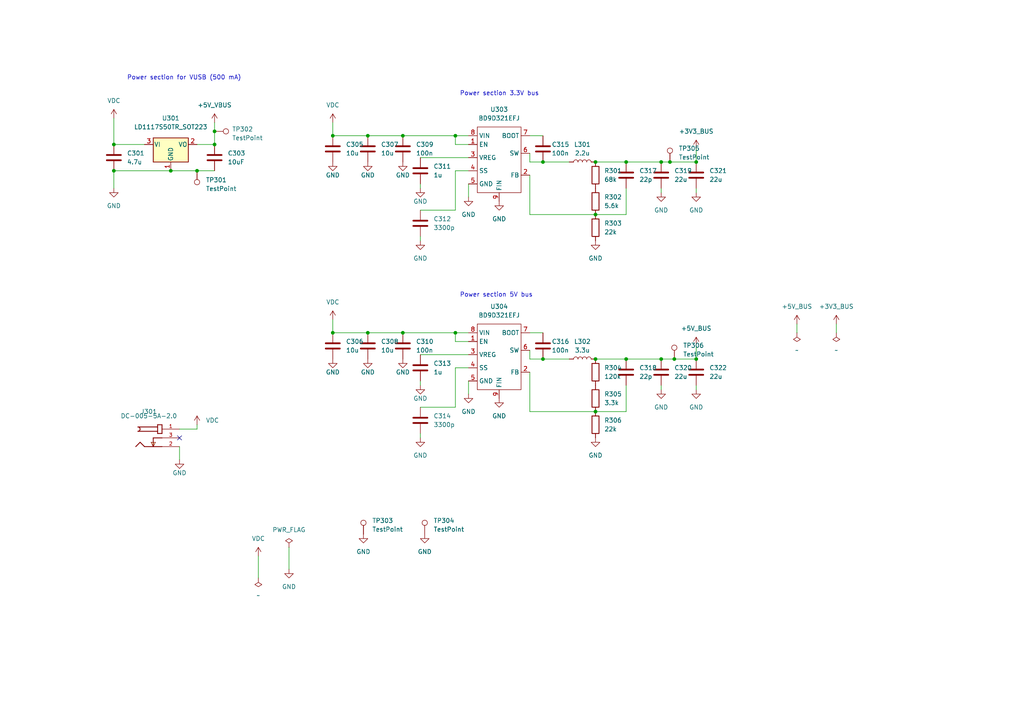
<source format=kicad_sch>
(kicad_sch (version 20221004) (generator eeschema)

  (uuid baa31255-dcaa-42e5-9813-ab408734d04d)

  (paper "A4")

  (lib_symbols
    (symbol "Connector:TestPoint" (pin_numbers hide) (pin_names (offset 0.762) hide) (in_bom yes) (on_board yes)
      (property "Reference" "TP" (at 0 6.858 0)
        (effects (font (size 1.27 1.27)))
      )
      (property "Value" "TestPoint" (at 0 5.08 0)
        (effects (font (size 1.27 1.27)))
      )
      (property "Footprint" "" (at 5.08 0 0)
        (effects (font (size 1.27 1.27)) hide)
      )
      (property "Datasheet" "~" (at 5.08 0 0)
        (effects (font (size 1.27 1.27)) hide)
      )
      (property "ki_keywords" "test point tp" (at 0 0 0)
        (effects (font (size 1.27 1.27)) hide)
      )
      (property "ki_description" "test point" (at 0 0 0)
        (effects (font (size 1.27 1.27)) hide)
      )
      (property "ki_fp_filters" "Pin* Test*" (at 0 0 0)
        (effects (font (size 1.27 1.27)) hide)
      )
      (symbol "TestPoint_0_1"
        (circle (center 0 3.302) (radius 0.762)
          (stroke (width 0) (type default))
          (fill (type none))
        )
      )
      (symbol "TestPoint_1_1"
        (pin passive line (at 0 0 90) (length 2.54)
          (name "1" (effects (font (size 1.27 1.27))))
          (number "1" (effects (font (size 1.27 1.27))))
        )
      )
    )
    (symbol "DC-005-5A-2.0:DC-005-5A-2.0" (pin_names (offset 1.016) hide) (in_bom yes) (on_board yes)
      (property "Reference" "J" (at -5.08 5.08 0)
        (effects (font (size 1.27 1.27)) (justify left bottom))
      )
      (property "Value" "DC-005-5A-2.0" (at -5.08 -5.08 0)
        (effects (font (size 1.27 1.27)) (justify left bottom))
      )
      (property "Footprint" "XKB_DC-005-5A-2.0" (at 0 0 0)
        (effects (font (size 1.27 1.27)) (justify left bottom) hide)
      )
      (property "Datasheet" "" (at 0 0 0)
        (effects (font (size 1.27 1.27)) (justify left bottom) hide)
      )
      (property "MANUFACTURER" "XKB" (at 0 0 0)
        (effects (font (size 1.27 1.27)) (justify left bottom) hide)
      )
      (property "MAXIMUM_PACKAGE_HEIGHT" "11 mm" (at 0 0 0)
        (effects (font (size 1.27 1.27)) (justify left bottom) hide)
      )
      (property "PARTREV" "A0" (at 0 0 0)
        (effects (font (size 1.27 1.27)) (justify left bottom) hide)
      )
      (property "STANDARD" "Manufacturer Recommendations" (at 0 0 0)
        (effects (font (size 1.27 1.27)) (justify left bottom) hide)
      )
      (property "ki_locked" "" (at 0 0 0)
        (effects (font (size 1.27 1.27)))
      )
      (symbol "DC-005-5A-2.0_0_0"
        (arc (start -4.445 1.905) (mid -3.8127 2.54) (end -4.445 3.175)
          (stroke (width 0.254) (type default))
          (fill (type none))
        )
        (polyline
          (pts
            (xy -4.445 1.905)
            (xy 1.27 1.905)
          )
          (stroke (width 0.254) (type default))
          (fill (type none))
        )
        (polyline
          (pts
            (xy -4.445 3.175)
            (xy 1.27 3.175)
          )
          (stroke (width 0.254) (type default))
          (fill (type none))
        )
        (polyline
          (pts
            (xy -3.81 -1.27)
            (xy -5.08 -2.54)
          )
          (stroke (width 0.254) (type default))
          (fill (type none))
        )
        (polyline
          (pts
            (xy -2.54 -2.54)
            (xy -3.81 -1.27)
          )
          (stroke (width 0.254) (type default))
          (fill (type none))
        )
        (polyline
          (pts
            (xy 0 -2.54)
            (xy -2.54 -2.54)
          )
          (stroke (width 0.254) (type default))
          (fill (type none))
        )
        (polyline
          (pts
            (xy 0 0)
            (xy 0 -2.54)
          )
          (stroke (width 0.254) (type default))
          (fill (type none))
        )
        (polyline
          (pts
            (xy 1.27 1.27)
            (xy 2.54 1.27)
          )
          (stroke (width 0.254) (type default))
          (fill (type none))
        )
        (polyline
          (pts
            (xy 1.27 1.905)
            (xy 1.27 1.27)
          )
          (stroke (width 0.254) (type default))
          (fill (type none))
        )
        (polyline
          (pts
            (xy 1.27 3.175)
            (xy 1.27 1.905)
          )
          (stroke (width 0.254) (type default))
          (fill (type none))
        )
        (polyline
          (pts
            (xy 1.27 3.81)
            (xy 1.27 3.175)
          )
          (stroke (width 0.254) (type default))
          (fill (type none))
        )
        (polyline
          (pts
            (xy 2.54 -2.54)
            (xy 0 -2.54)
          )
          (stroke (width 0.254) (type default))
          (fill (type none))
        )
        (polyline
          (pts
            (xy 2.54 0)
            (xy 0 0)
          )
          (stroke (width 0.254) (type default))
          (fill (type none))
        )
        (polyline
          (pts
            (xy 2.54 3.81)
            (xy 1.27 3.81)
          )
          (stroke (width 0.254) (type default))
          (fill (type none))
        )
        (polyline
          (pts
            (xy 2.54 3.81)
            (xy 2.54 1.27)
          )
          (stroke (width 0.254) (type default))
          (fill (type none))
        )
        (polyline
          (pts
            (xy -0.635 -1.27)
            (xy 0.635 -1.27)
            (xy 0 -2.54)
            (xy -0.635 -1.27)
          )
          (stroke (width 0.1524) (type default))
          (fill (type background))
        )
        (pin passive line (at 7.62 2.54 180) (length 5.08)
          (name "~" (effects (font (size 1.016 1.016))))
          (number "1" (effects (font (size 1.016 1.016))))
        )
        (pin passive line (at 7.62 -2.54 180) (length 5.08)
          (name "~" (effects (font (size 1.016 1.016))))
          (number "2" (effects (font (size 1.016 1.016))))
        )
        (pin passive line (at 7.62 0 180) (length 5.08)
          (name "~" (effects (font (size 1.016 1.016))))
          (number "3" (effects (font (size 1.016 1.016))))
        )
      )
    )
    (symbol "Device:C" (pin_numbers hide) (pin_names (offset 0.254)) (in_bom yes) (on_board yes)
      (property "Reference" "C" (at 0.635 2.54 0)
        (effects (font (size 1.27 1.27)) (justify left))
      )
      (property "Value" "C" (at 0.635 -2.54 0)
        (effects (font (size 1.27 1.27)) (justify left))
      )
      (property "Footprint" "" (at 0.9652 -3.81 0)
        (effects (font (size 1.27 1.27)) hide)
      )
      (property "Datasheet" "~" (at 0 0 0)
        (effects (font (size 1.27 1.27)) hide)
      )
      (property "ki_keywords" "cap capacitor" (at 0 0 0)
        (effects (font (size 1.27 1.27)) hide)
      )
      (property "ki_description" "Unpolarized capacitor" (at 0 0 0)
        (effects (font (size 1.27 1.27)) hide)
      )
      (property "ki_fp_filters" "C_*" (at 0 0 0)
        (effects (font (size 1.27 1.27)) hide)
      )
      (symbol "C_0_1"
        (polyline
          (pts
            (xy -2.032 -0.762)
            (xy 2.032 -0.762)
          )
          (stroke (width 0.508) (type default))
          (fill (type none))
        )
        (polyline
          (pts
            (xy -2.032 0.762)
            (xy 2.032 0.762)
          )
          (stroke (width 0.508) (type default))
          (fill (type none))
        )
      )
      (symbol "C_1_1"
        (pin passive line (at 0 3.81 270) (length 2.794)
          (name "~" (effects (font (size 1.27 1.27))))
          (number "1" (effects (font (size 1.27 1.27))))
        )
        (pin passive line (at 0 -3.81 90) (length 2.794)
          (name "~" (effects (font (size 1.27 1.27))))
          (number "2" (effects (font (size 1.27 1.27))))
        )
      )
    )
    (symbol "Device:L" (pin_numbers hide) (pin_names (offset 1.016) hide) (in_bom yes) (on_board yes)
      (property "Reference" "L" (at -1.27 0 90)
        (effects (font (size 1.27 1.27)))
      )
      (property "Value" "L" (at 1.905 0 90)
        (effects (font (size 1.27 1.27)))
      )
      (property "Footprint" "" (at 0 0 0)
        (effects (font (size 1.27 1.27)) hide)
      )
      (property "Datasheet" "~" (at 0 0 0)
        (effects (font (size 1.27 1.27)) hide)
      )
      (property "ki_keywords" "inductor choke coil reactor magnetic" (at 0 0 0)
        (effects (font (size 1.27 1.27)) hide)
      )
      (property "ki_description" "Inductor" (at 0 0 0)
        (effects (font (size 1.27 1.27)) hide)
      )
      (property "ki_fp_filters" "Choke_* *Coil* Inductor_* L_*" (at 0 0 0)
        (effects (font (size 1.27 1.27)) hide)
      )
      (symbol "L_0_1"
        (arc (start 0 -2.54) (mid 0.6323 -1.905) (end 0 -1.27)
          (stroke (width 0) (type default))
          (fill (type none))
        )
        (arc (start 0 -1.27) (mid 0.6323 -0.635) (end 0 0)
          (stroke (width 0) (type default))
          (fill (type none))
        )
        (arc (start 0 0) (mid 0.6323 0.635) (end 0 1.27)
          (stroke (width 0) (type default))
          (fill (type none))
        )
        (arc (start 0 1.27) (mid 0.6323 1.905) (end 0 2.54)
          (stroke (width 0) (type default))
          (fill (type none))
        )
      )
      (symbol "L_1_1"
        (pin passive line (at 0 3.81 270) (length 1.27)
          (name "1" (effects (font (size 1.27 1.27))))
          (number "1" (effects (font (size 1.27 1.27))))
        )
        (pin passive line (at 0 -3.81 90) (length 1.27)
          (name "2" (effects (font (size 1.27 1.27))))
          (number "2" (effects (font (size 1.27 1.27))))
        )
      )
    )
    (symbol "Device:R" (pin_numbers hide) (pin_names (offset 0)) (in_bom yes) (on_board yes)
      (property "Reference" "R" (at 2.032 0 90)
        (effects (font (size 1.27 1.27)))
      )
      (property "Value" "R" (at 0 0 90)
        (effects (font (size 1.27 1.27)))
      )
      (property "Footprint" "" (at -1.778 0 90)
        (effects (font (size 1.27 1.27)) hide)
      )
      (property "Datasheet" "~" (at 0 0 0)
        (effects (font (size 1.27 1.27)) hide)
      )
      (property "ki_keywords" "R res resistor" (at 0 0 0)
        (effects (font (size 1.27 1.27)) hide)
      )
      (property "ki_description" "Resistor" (at 0 0 0)
        (effects (font (size 1.27 1.27)) hide)
      )
      (property "ki_fp_filters" "R_*" (at 0 0 0)
        (effects (font (size 1.27 1.27)) hide)
      )
      (symbol "R_0_1"
        (rectangle (start -1.016 -2.54) (end 1.016 2.54)
          (stroke (width 0.254) (type default))
          (fill (type none))
        )
      )
      (symbol "R_1_1"
        (pin passive line (at 0 3.81 270) (length 1.27)
          (name "~" (effects (font (size 1.27 1.27))))
          (number "1" (effects (font (size 1.27 1.27))))
        )
        (pin passive line (at 0 -3.81 90) (length 1.27)
          (name "~" (effects (font (size 1.27 1.27))))
          (number "2" (effects (font (size 1.27 1.27))))
        )
      )
    )
    (symbol "L_1" (pin_numbers hide) (pin_names (offset 1.016) hide) (in_bom yes) (on_board yes)
      (property "Reference" "L" (at -1.27 0 90)
        (effects (font (size 1.27 1.27)))
      )
      (property "Value" "L" (at 1.905 0 90)
        (effects (font (size 1.27 1.27)))
      )
      (property "Footprint" "" (at 0 0 0)
        (effects (font (size 1.27 1.27)) hide)
      )
      (property "Datasheet" "~" (at 0 0 0)
        (effects (font (size 1.27 1.27)) hide)
      )
      (property "ki_keywords" "inductor choke coil reactor magnetic" (at 0 0 0)
        (effects (font (size 1.27 1.27)) hide)
      )
      (property "ki_description" "Inductor" (at 0 0 0)
        (effects (font (size 1.27 1.27)) hide)
      )
      (property "ki_fp_filters" "Choke_* *Coil* Inductor_* L_*" (at 0 0 0)
        (effects (font (size 1.27 1.27)) hide)
      )
      (symbol "L_1_0_1"
        (arc (start 0 -2.54) (mid 0.6323 -1.905) (end 0 -1.27)
          (stroke (width 0) (type default))
          (fill (type none))
        )
        (arc (start 0 -1.27) (mid 0.6323 -0.635) (end 0 0)
          (stroke (width 0) (type default))
          (fill (type none))
        )
        (arc (start 0 0) (mid 0.6323 0.635) (end 0 1.27)
          (stroke (width 0) (type default))
          (fill (type none))
        )
        (arc (start 0 1.27) (mid 0.6323 1.905) (end 0 2.54)
          (stroke (width 0) (type default))
          (fill (type none))
        )
      )
      (symbol "L_1_1_1"
        (pin passive line (at 0 3.81 270) (length 1.27)
          (name "1" (effects (font (size 1.27 1.27))))
          (number "1" (effects (font (size 1.27 1.27))))
        )
        (pin passive line (at 0 -3.81 90) (length 1.27)
          (name "2" (effects (font (size 1.27 1.27))))
          (number "2" (effects (font (size 1.27 1.27))))
        )
      )
    )
    (symbol "Regulator_Linear:LD1117S50TR_SOT223" (pin_names (offset 0.254)) (in_bom yes) (on_board yes)
      (property "Reference" "U" (at -3.81 3.175 0)
        (effects (font (size 1.27 1.27)))
      )
      (property "Value" "LD1117S50TR_SOT223" (at 0 3.175 0)
        (effects (font (size 1.27 1.27)) (justify left))
      )
      (property "Footprint" "Package_TO_SOT_SMD:SOT-223-3_TabPin2" (at 0 5.08 0)
        (effects (font (size 1.27 1.27)) hide)
      )
      (property "Datasheet" "http://www.st.com/st-web-ui/static/active/en/resource/technical/document/datasheet/CD00000544.pdf" (at 2.54 -6.35 0)
        (effects (font (size 1.27 1.27)) hide)
      )
      (property "ki_keywords" "REGULATOR LDO 5.0V" (at 0 0 0)
        (effects (font (size 1.27 1.27)) hide)
      )
      (property "ki_description" "800mA Fixed Low Drop Positive Voltage Regulator, Fixed Output 5.0V, SOT-223" (at 0 0 0)
        (effects (font (size 1.27 1.27)) hide)
      )
      (property "ki_fp_filters" "SOT?223*TabPin2*" (at 0 0 0)
        (effects (font (size 1.27 1.27)) hide)
      )
      (symbol "LD1117S50TR_SOT223_0_1"
        (rectangle (start -5.08 -5.08) (end 5.08 1.905)
          (stroke (width 0.254) (type default))
          (fill (type background))
        )
      )
      (symbol "LD1117S50TR_SOT223_1_1"
        (pin power_in line (at 0 -7.62 90) (length 2.54)
          (name "GND" (effects (font (size 1.27 1.27))))
          (number "1" (effects (font (size 1.27 1.27))))
        )
        (pin power_out line (at 7.62 0 180) (length 2.54)
          (name "VO" (effects (font (size 1.27 1.27))))
          (number "2" (effects (font (size 1.27 1.27))))
        )
        (pin power_in line (at -7.62 0 0) (length 2.54)
          (name "VI" (effects (font (size 1.27 1.27))))
          (number "3" (effects (font (size 1.27 1.27))))
        )
      )
    )
    (symbol "power:GND" (power) (pin_names (offset 0)) (in_bom yes) (on_board yes)
      (property "Reference" "#PWR" (at 0 -6.35 0)
        (effects (font (size 1.27 1.27)) hide)
      )
      (property "Value" "GND" (at 0 -3.81 0)
        (effects (font (size 1.27 1.27)))
      )
      (property "Footprint" "" (at 0 0 0)
        (effects (font (size 1.27 1.27)) hide)
      )
      (property "Datasheet" "" (at 0 0 0)
        (effects (font (size 1.27 1.27)) hide)
      )
      (property "ki_keywords" "power-flag" (at 0 0 0)
        (effects (font (size 1.27 1.27)) hide)
      )
      (property "ki_description" "Power symbol creates a global label with name \"GND\" , ground" (at 0 0 0)
        (effects (font (size 1.27 1.27)) hide)
      )
      (symbol "GND_0_1"
        (polyline
          (pts
            (xy 0 0)
            (xy 0 -1.27)
            (xy 1.27 -1.27)
            (xy 0 -2.54)
            (xy -1.27 -1.27)
            (xy 0 -1.27)
          )
          (stroke (width 0) (type default))
          (fill (type none))
        )
      )
      (symbol "GND_1_1"
        (pin power_in line (at 0 0 270) (length 0) hide
          (name "GND" (effects (font (size 1.27 1.27))))
          (number "1" (effects (font (size 1.27 1.27))))
        )
      )
    )
    (symbol "power:PWR_FLAG" (power) (pin_numbers hide) (pin_names (offset 0) hide) (in_bom yes) (on_board yes)
      (property "Reference" "#FLG" (at 0 1.905 0)
        (effects (font (size 1.27 1.27)) hide)
      )
      (property "Value" "PWR_FLAG" (at 0 3.81 0)
        (effects (font (size 1.27 1.27)))
      )
      (property "Footprint" "" (at 0 0 0)
        (effects (font (size 1.27 1.27)) hide)
      )
      (property "Datasheet" "~" (at 0 0 0)
        (effects (font (size 1.27 1.27)) hide)
      )
      (property "ki_keywords" "power-flag" (at 0 0 0)
        (effects (font (size 1.27 1.27)) hide)
      )
      (property "ki_description" "Special symbol for telling ERC where power comes from" (at 0 0 0)
        (effects (font (size 1.27 1.27)) hide)
      )
      (symbol "PWR_FLAG_0_0"
        (pin power_out line (at 0 0 90) (length 0)
          (name "pwr" (effects (font (size 1.27 1.27))))
          (number "1" (effects (font (size 1.27 1.27))))
        )
      )
      (symbol "PWR_FLAG_0_1"
        (polyline
          (pts
            (xy 0 0)
            (xy 0 1.27)
            (xy -1.016 1.905)
            (xy 0 2.54)
            (xy 1.016 1.905)
            (xy 0 1.27)
          )
          (stroke (width 0) (type default))
          (fill (type none))
        )
      )
    )
    (symbol "power:VDC" (power) (pin_names (offset 0)) (in_bom yes) (on_board yes)
      (property "Reference" "#PWR" (at 0 -2.54 0)
        (effects (font (size 1.27 1.27)) hide)
      )
      (property "Value" "VDC" (at 0 6.35 0)
        (effects (font (size 1.27 1.27)))
      )
      (property "Footprint" "" (at 0 0 0)
        (effects (font (size 1.27 1.27)) hide)
      )
      (property "Datasheet" "" (at 0 0 0)
        (effects (font (size 1.27 1.27)) hide)
      )
      (property "ki_keywords" "power-flag" (at 0 0 0)
        (effects (font (size 1.27 1.27)) hide)
      )
      (property "ki_description" "Power symbol creates a global label with name \"VDC\"" (at 0 0 0)
        (effects (font (size 1.27 1.27)) hide)
      )
      (symbol "VDC_0_1"
        (polyline
          (pts
            (xy -0.762 1.27)
            (xy 0 2.54)
          )
          (stroke (width 0) (type default))
          (fill (type none))
        )
        (polyline
          (pts
            (xy 0 0)
            (xy 0 2.54)
          )
          (stroke (width 0) (type default))
          (fill (type none))
        )
        (polyline
          (pts
            (xy 0 2.54)
            (xy 0.762 1.27)
          )
          (stroke (width 0) (type default))
          (fill (type none))
        )
      )
      (symbol "VDC_1_1"
        (pin power_in line (at 0 0 90) (length 0) hide
          (name "VDC" (effects (font (size 1.27 1.27))))
          (number "1" (effects (font (size 1.27 1.27))))
        )
      )
    )
    (symbol "project_power:+3V3_BUS" (power) (pin_names (offset 0)) (in_bom yes) (on_board yes)
      (property "Reference" "#PWR" (at 0 -3.81 0)
        (effects (font (size 1.27 1.27)) hide)
      )
      (property "Value" "+3V3_BUS" (at 0 3.556 0)
        (effects (font (size 1.27 1.27)))
      )
      (property "Footprint" "" (at 0 0 0)
        (effects (font (size 1.27 1.27)) hide)
      )
      (property "Datasheet" "" (at 0 0 0)
        (effects (font (size 1.27 1.27)) hide)
      )
      (property "ki_keywords" "power-flag" (at 0 0 0)
        (effects (font (size 1.27 1.27)) hide)
      )
      (property "ki_description" "Power symbol creates a global label with name \"+5V\"" (at 0 0 0)
        (effects (font (size 1.27 1.27)) hide)
      )
      (symbol "+3V3_BUS_0_1"
        (polyline
          (pts
            (xy -0.762 1.27)
            (xy 0 2.54)
          )
          (stroke (width 0) (type default))
          (fill (type none))
        )
        (polyline
          (pts
            (xy 0 0)
            (xy 0 2.54)
          )
          (stroke (width 0) (type default))
          (fill (type none))
        )
        (polyline
          (pts
            (xy 0 2.54)
            (xy 0.762 1.27)
          )
          (stroke (width 0) (type default))
          (fill (type none))
        )
      )
      (symbol "+3V3_BUS_1_1"
        (pin power_in line (at 0 0 90) (length 0) hide
          (name "+3V3_BUS" (effects (font (size 1.27 1.27))))
          (number "1" (effects (font (size 1.27 1.27))))
        )
      )
    )
    (symbol "project_power:+5V_BUS" (power) (pin_names (offset 0)) (in_bom yes) (on_board yes)
      (property "Reference" "#PWR" (at 0 -3.81 0)
        (effects (font (size 1.27 1.27)) hide)
      )
      (property "Value" "+5V_BUS" (at 0 3.556 0)
        (effects (font (size 1.27 1.27)))
      )
      (property "Footprint" "" (at 0 0 0)
        (effects (font (size 1.27 1.27)) hide)
      )
      (property "Datasheet" "" (at 0 0 0)
        (effects (font (size 1.27 1.27)) hide)
      )
      (property "ki_keywords" "power-flag" (at 0 0 0)
        (effects (font (size 1.27 1.27)) hide)
      )
      (property "ki_description" "Power symbol creates a global label with name \"+5V\"" (at 0 0 0)
        (effects (font (size 1.27 1.27)) hide)
      )
      (symbol "+5V_BUS_0_1"
        (polyline
          (pts
            (xy -0.762 1.27)
            (xy 0 2.54)
          )
          (stroke (width 0) (type default))
          (fill (type none))
        )
        (polyline
          (pts
            (xy 0 0)
            (xy 0 2.54)
          )
          (stroke (width 0) (type default))
          (fill (type none))
        )
        (polyline
          (pts
            (xy 0 2.54)
            (xy 0.762 1.27)
          )
          (stroke (width 0) (type default))
          (fill (type none))
        )
      )
      (symbol "+5V_BUS_1_1"
        (pin power_in line (at 0 0 90) (length 0) hide
          (name "+5V_BUS" (effects (font (size 1.27 1.27))))
          (number "1" (effects (font (size 1.27 1.27))))
        )
      )
    )
    (symbol "project_power:+5V_VBUS" (power) (pin_names (offset 0)) (in_bom yes) (on_board yes)
      (property "Reference" "#PWR" (at 0 -3.81 0)
        (effects (font (size 1.27 1.27)) hide)
      )
      (property "Value" "+5V_VBUS" (at 0 3.556 0)
        (effects (font (size 1.27 1.27)))
      )
      (property "Footprint" "" (at 0 0 0)
        (effects (font (size 1.27 1.27)) hide)
      )
      (property "Datasheet" "" (at 0 0 0)
        (effects (font (size 1.27 1.27)) hide)
      )
      (property "ki_keywords" "power-flag" (at 0 0 0)
        (effects (font (size 1.27 1.27)) hide)
      )
      (property "ki_description" "Power symbol creates a global label with name \"+5V\"" (at 0 0 0)
        (effects (font (size 1.27 1.27)) hide)
      )
      (symbol "+5V_VBUS_0_1"
        (polyline
          (pts
            (xy -0.762 1.27)
            (xy 0 2.54)
          )
          (stroke (width 0) (type default))
          (fill (type none))
        )
        (polyline
          (pts
            (xy 0 0)
            (xy 0 2.54)
          )
          (stroke (width 0) (type default))
          (fill (type none))
        )
        (polyline
          (pts
            (xy 0 2.54)
            (xy 0.762 1.27)
          )
          (stroke (width 0) (type default))
          (fill (type none))
        )
      )
      (symbol "+5V_VBUS_1_1"
        (pin power_in line (at 0 0 90) (length 0) hide
          (name "+5V_VBUS" (effects (font (size 1.27 1.27))))
          (number "1" (effects (font (size 1.27 1.27))))
        )
      )
    )
    (symbol "project_power:BD9D321EFJ" (in_bom yes) (on_board yes)
      (property "Reference" "U" (at 0 0 0)
        (effects (font (size 1.27 1.27)))
      )
      (property "Value" "BD9D321EFJ" (at 0 -2.54 0)
        (effects (font (size 1.27 1.27)))
      )
      (property "Footprint" "footprints:SOIC127P600X100-9N" (at 0 0 0)
        (effects (font (size 1.27 1.27)) hide)
      )
      (property "Datasheet" "https://fscdn.rohm.com/en/products/databook/datasheet/ic/power/switching_regulator/bd9d321efj-e.pdf" (at 0 0 0)
        (effects (font (size 1.27 1.27)) hide)
      )
      (symbol "BD9D321EFJ_0_1"
        (rectangle (start -6.35 -5.08) (end 6.35 -24.13)
          (stroke (width 0) (type default))
          (fill (type none))
        )
      )
      (symbol "BD9D321EFJ_1_1"
        (pin input line (at -8.89 -10.16 0) (length 2.54)
          (name "EN" (effects (font (size 1.27 1.27))))
          (number "1" (effects (font (size 1.27 1.27))))
        )
        (pin input line (at 8.89 -19.05 180) (length 2.54)
          (name "FB" (effects (font (size 1.27 1.27))))
          (number "2" (effects (font (size 1.27 1.27))))
        )
        (pin input line (at -8.89 -13.97 0) (length 2.54)
          (name "VREG" (effects (font (size 1.27 1.27))))
          (number "3" (effects (font (size 1.27 1.27))))
        )
        (pin input line (at -8.89 -17.78 0) (length 2.54)
          (name "SS" (effects (font (size 1.27 1.27))))
          (number "4" (effects (font (size 1.27 1.27))))
        )
        (pin power_in line (at -8.89 -21.59 0) (length 2.54)
          (name "GND" (effects (font (size 1.27 1.27))))
          (number "5" (effects (font (size 1.27 1.27))))
        )
        (pin power_out line (at 8.89 -12.7 180) (length 2.54)
          (name "SW" (effects (font (size 1.27 1.27))))
          (number "6" (effects (font (size 1.27 1.27))))
        )
        (pin input line (at 8.89 -7.62 180) (length 2.54)
          (name "BOOT" (effects (font (size 1.27 1.27))))
          (number "7" (effects (font (size 1.27 1.27))))
        )
        (pin power_in line (at -8.89 -7.62 0) (length 2.54)
          (name "VIN" (effects (font (size 1.27 1.27))))
          (number "8" (effects (font (size 1.27 1.27))))
        )
        (pin power_in line (at 0 -26.67 90) (length 2.54)
          (name "FIN" (effects (font (size 1.27 1.27))))
          (number "9" (effects (font (size 1.27 1.27))))
        )
      )
    )
  )


  (junction (at 106.68 96.52) (diameter 0) (color 0 0 0 0)
    (uuid 086ca953-977d-4699-95a4-445af35df2d6)
  )
  (junction (at 49.53 49.53) (diameter 0) (color 0 0 0 0)
    (uuid 0fc48702-b298-46b8-8bf9-2429234468cc)
  )
  (junction (at 106.68 39.37) (diameter 0) (color 0 0 0 0)
    (uuid 10de4353-1366-492f-9e01-a5244d60a3e5)
  )
  (junction (at 57.15 49.53) (diameter 0) (color 0 0 0 0)
    (uuid 1221c023-b989-443d-8f2e-893f6211e85f)
  )
  (junction (at 132.08 39.37) (diameter 0) (color 0 0 0 0)
    (uuid 19a64ee2-6cf4-43d0-a0c5-06a7840a6055)
  )
  (junction (at 62.23 41.91) (diameter 0) (color 0 0 0 0)
    (uuid 1c42f0dc-747a-4144-9f20-5eaa6de69fca)
  )
  (junction (at 116.84 39.37) (diameter 0) (color 0 0 0 0)
    (uuid 1ea9b2fb-141f-4503-86b5-078f8e6c46e6)
  )
  (junction (at 96.52 39.37) (diameter 0) (color 0 0 0 0)
    (uuid 2b27a905-a925-4872-bc99-2a3791cfe3bb)
  )
  (junction (at 201.93 104.14) (diameter 0) (color 0 0 0 0)
    (uuid 320140ae-07ca-45ec-bef2-521775742a7f)
  )
  (junction (at 116.84 96.52) (diameter 0) (color 0 0 0 0)
    (uuid 3fc3f1e0-bafe-4f2a-a688-2cab5ab918f6)
  )
  (junction (at 157.48 104.14) (diameter 0) (color 0 0 0 0)
    (uuid 40a67470-8243-444b-80a9-2ad7d88ae832)
  )
  (junction (at 62.23 38.1) (diameter 0) (color 0 0 0 0)
    (uuid 4a2dc4c8-c097-45e6-8040-63b879ace670)
  )
  (junction (at 132.08 96.52) (diameter 0) (color 0 0 0 0)
    (uuid 725ddd62-c356-4053-88dd-d8de16f6d111)
  )
  (junction (at 157.48 46.99) (diameter 0) (color 0 0 0 0)
    (uuid 7ec4f24b-213e-44e7-8f64-5bfea16b3787)
  )
  (junction (at 33.02 49.53) (diameter 0) (color 0 0 0 0)
    (uuid 8a3d28ea-6f40-4692-913b-2e9541dcd05a)
  )
  (junction (at 172.72 104.14) (diameter 0) (color 0 0 0 0)
    (uuid 942b3d2a-6e53-4478-a7d2-e49c39cd043d)
  )
  (junction (at 172.72 46.99) (diameter 0) (color 0 0 0 0)
    (uuid 95999472-969b-4c63-9917-fd00a00946fb)
  )
  (junction (at 181.61 46.99) (diameter 0) (color 0 0 0 0)
    (uuid 9c4ddd03-fce0-4106-b019-b9f9fd68ada6)
  )
  (junction (at 181.61 104.14) (diameter 0) (color 0 0 0 0)
    (uuid ad9a3930-10ef-45b9-a35a-f2ac2d621c23)
  )
  (junction (at 33.02 41.91) (diameter 0) (color 0 0 0 0)
    (uuid b1392027-f157-440a-aff0-ef0d5949b30a)
  )
  (junction (at 194.31 46.99) (diameter 0) (color 0 0 0 0)
    (uuid bc3f0cca-34e1-4130-afd0-4c5ec98c5f0a)
  )
  (junction (at 96.52 96.52) (diameter 0) (color 0 0 0 0)
    (uuid bf3951b3-b9d1-4524-b711-03b1074e3b68)
  )
  (junction (at 191.77 104.14) (diameter 0) (color 0 0 0 0)
    (uuid c811b0d7-77c6-4faa-b437-810fce65920e)
  )
  (junction (at 172.72 119.38) (diameter 0) (color 0 0 0 0)
    (uuid d652cc14-cade-40ef-aafa-a5f29bc86d85)
  )
  (junction (at 191.77 46.99) (diameter 0) (color 0 0 0 0)
    (uuid e0f5b7bc-1980-46a6-a046-4818e835648d)
  )
  (junction (at 201.93 46.99) (diameter 0) (color 0 0 0 0)
    (uuid ef850b3d-e2b6-4372-9de2-5078eba5038d)
  )
  (junction (at 195.58 104.14) (diameter 0) (color 0 0 0 0)
    (uuid efef6490-08de-440a-a081-555dac59ac20)
  )
  (junction (at 172.72 62.23) (diameter 0) (color 0 0 0 0)
    (uuid f8b65fcf-e734-41b9-8adf-e7d3508e37d5)
  )

  (no_connect (at 52.07 127) (uuid 56f38f2d-39a2-45c5-b58e-1dce8ce7d847))

  (wire (pts (xy 33.02 41.91) (xy 41.91 41.91))
    (stroke (width 0) (type default))
    (uuid 09776e58-f137-4452-b7d9-78f884e2f992)
  )
  (wire (pts (xy 121.92 110.49) (xy 121.92 111.76))
    (stroke (width 0) (type default))
    (uuid 0be6aa73-0585-4a81-a074-3cea864d55e2)
  )
  (wire (pts (xy 57.15 123.19) (xy 57.15 124.46))
    (stroke (width 0) (type default))
    (uuid 0dcacddc-df25-469d-b7ac-d7794f8da211)
  )
  (wire (pts (xy 121.92 125.73) (xy 121.92 127))
    (stroke (width 0) (type default))
    (uuid 0e31ffcf-99fb-4275-800d-d27579fe3735)
  )
  (wire (pts (xy 96.52 96.52) (xy 106.68 96.52))
    (stroke (width 0) (type default))
    (uuid 0f3eadea-c838-4298-a441-1b94a5768093)
  )
  (wire (pts (xy 172.72 62.23) (xy 181.61 62.23))
    (stroke (width 0) (type default))
    (uuid 17ea6b77-0631-47bb-865e-8599fd2d3e1b)
  )
  (wire (pts (xy 96.52 39.37) (xy 106.68 39.37))
    (stroke (width 0) (type default))
    (uuid 18a1ecfa-b6de-450f-b27c-e2324e3469f8)
  )
  (wire (pts (xy 52.07 129.54) (xy 52.07 133.35))
    (stroke (width 0) (type default))
    (uuid 210eadda-36c7-4c04-9f23-228031ffa87f)
  )
  (wire (pts (xy 62.23 35.56) (xy 62.23 38.1))
    (stroke (width 0) (type default))
    (uuid 2cbfd470-c8a1-423b-923d-1c05f2becf3f)
  )
  (wire (pts (xy 172.72 104.14) (xy 181.61 104.14))
    (stroke (width 0) (type default))
    (uuid 31bbe17f-de06-4550-b722-05b3165d4c12)
  )
  (wire (pts (xy 153.67 62.23) (xy 172.72 62.23))
    (stroke (width 0) (type default))
    (uuid 34205eb9-267a-4c9a-ad59-50cf481fa199)
  )
  (wire (pts (xy 132.08 96.52) (xy 132.08 99.06))
    (stroke (width 0) (type default))
    (uuid 364ea6d5-81d6-485d-af85-ad66a6d4fe3f)
  )
  (wire (pts (xy 121.92 45.72) (xy 135.89 45.72))
    (stroke (width 0) (type default))
    (uuid 37ec01c7-a435-4d90-b6f2-3c8429b350a0)
  )
  (wire (pts (xy 57.15 41.91) (xy 62.23 41.91))
    (stroke (width 0) (type default))
    (uuid 3838ce23-62f2-4137-b36c-b1926c0b5ac2)
  )
  (wire (pts (xy 33.02 49.53) (xy 33.02 54.61))
    (stroke (width 0) (type default))
    (uuid 39114038-700e-48d3-862f-13aed2f45940)
  )
  (wire (pts (xy 106.68 39.37) (xy 116.84 39.37))
    (stroke (width 0) (type default))
    (uuid 3deeb561-82e3-48da-a299-ded4f01508a7)
  )
  (wire (pts (xy 57.15 49.53) (xy 62.23 49.53))
    (stroke (width 0) (type default))
    (uuid 45d51351-af7d-4305-823e-87fab5623b48)
  )
  (wire (pts (xy 116.84 96.52) (xy 132.08 96.52))
    (stroke (width 0) (type default))
    (uuid 4c0f28bd-4fdd-4e3f-866b-0af6e20563d6)
  )
  (wire (pts (xy 181.61 62.23) (xy 181.61 54.61))
    (stroke (width 0) (type default))
    (uuid 4cfa2112-7ed4-404c-bfc6-07679a67d864)
  )
  (wire (pts (xy 191.77 104.14) (xy 195.58 104.14))
    (stroke (width 0) (type default))
    (uuid 504154db-ef63-4fc5-92b3-077af84c570a)
  )
  (wire (pts (xy 132.08 49.53) (xy 135.89 49.53))
    (stroke (width 0) (type default))
    (uuid 52dda863-2cff-45b5-b739-4281d23dffea)
  )
  (wire (pts (xy 191.77 54.61) (xy 191.77 55.88))
    (stroke (width 0) (type default))
    (uuid 55031538-85c1-4081-bcca-e6ae77e948fd)
  )
  (wire (pts (xy 172.72 46.99) (xy 181.61 46.99))
    (stroke (width 0) (type default))
    (uuid 56cf98cf-2f9b-48ac-abf4-83dc60c6bacf)
  )
  (wire (pts (xy 116.84 39.37) (xy 132.08 39.37))
    (stroke (width 0) (type default))
    (uuid 5dff313a-4887-4479-87b4-729254499b0e)
  )
  (wire (pts (xy 172.72 119.38) (xy 181.61 119.38))
    (stroke (width 0) (type default))
    (uuid 5f9d1aa0-c562-4be5-8427-924789f0eb0d)
  )
  (wire (pts (xy 62.23 38.1) (xy 62.23 41.91))
    (stroke (width 0) (type default))
    (uuid 6122c2b8-2e23-4d7a-a50e-98b9b86091fb)
  )
  (wire (pts (xy 49.53 49.53) (xy 57.15 49.53))
    (stroke (width 0) (type default))
    (uuid 61882695-d549-42d5-beaa-67184dccda75)
  )
  (wire (pts (xy 132.08 118.11) (xy 132.08 106.68))
    (stroke (width 0) (type default))
    (uuid 61d13227-ea38-4175-a5c0-8f75a3d5765d)
  )
  (wire (pts (xy 57.15 124.46) (xy 52.07 124.46))
    (stroke (width 0) (type default))
    (uuid 62487f3e-8029-4c8f-87ed-9b048f48d5e5)
  )
  (wire (pts (xy 132.08 99.06) (xy 135.89 99.06))
    (stroke (width 0) (type default))
    (uuid 63775781-01d0-47bd-b139-79a50fca0217)
  )
  (wire (pts (xy 132.08 39.37) (xy 132.08 41.91))
    (stroke (width 0) (type default))
    (uuid 6555b1d2-85d4-4bd7-9164-d3a136d4dd84)
  )
  (wire (pts (xy 242.57 93.98) (xy 242.57 96.52))
    (stroke (width 0) (type default))
    (uuid 6688048d-d96f-47c9-b041-36ca037dbe6d)
  )
  (wire (pts (xy 153.67 96.52) (xy 157.48 96.52))
    (stroke (width 0) (type default))
    (uuid 66d1db40-d85a-4eea-9cce-685976c8af55)
  )
  (wire (pts (xy 195.58 104.14) (xy 201.93 104.14))
    (stroke (width 0) (type default))
    (uuid 6a2e6d7d-5952-495a-a3da-848794e9b91d)
  )
  (wire (pts (xy 153.67 119.38) (xy 172.72 119.38))
    (stroke (width 0) (type default))
    (uuid 6e8cb976-835d-4dea-921c-d814d852f4cb)
  )
  (wire (pts (xy 74.93 161.29) (xy 74.93 167.64))
    (stroke (width 0) (type default))
    (uuid 74857f55-0a56-4c0b-97a0-e23d57b5a186)
  )
  (wire (pts (xy 132.08 41.91) (xy 135.89 41.91))
    (stroke (width 0) (type default))
    (uuid 76145854-b834-4ff1-afff-773753e3225a)
  )
  (wire (pts (xy 121.92 68.58) (xy 121.92 69.85))
    (stroke (width 0) (type default))
    (uuid 775fc778-7594-4b1f-8fe4-63abff69d96c)
  )
  (wire (pts (xy 153.67 104.14) (xy 153.67 101.6))
    (stroke (width 0) (type default))
    (uuid 7e1b52cc-6e4b-495f-81a1-6faa51e37c23)
  )
  (wire (pts (xy 201.93 54.61) (xy 201.93 55.88))
    (stroke (width 0) (type default))
    (uuid 80b4b48b-f45d-4c28-b82b-d145f56b93a5)
  )
  (wire (pts (xy 132.08 39.37) (xy 135.89 39.37))
    (stroke (width 0) (type default))
    (uuid 854699ca-6c37-49dd-a373-e413abea31ee)
  )
  (wire (pts (xy 153.67 119.38) (xy 153.67 107.95))
    (stroke (width 0) (type default))
    (uuid 86b5d6e3-a69a-4dc4-a68f-53ce703bbaed)
  )
  (wire (pts (xy 194.31 46.99) (xy 201.93 46.99))
    (stroke (width 0) (type default))
    (uuid 8c021e45-4147-4989-a862-3fc584a32c42)
  )
  (wire (pts (xy 181.61 104.14) (xy 191.77 104.14))
    (stroke (width 0) (type default))
    (uuid 9a15d904-50c2-4171-92ae-9c1c19245d12)
  )
  (wire (pts (xy 153.67 46.99) (xy 153.67 44.45))
    (stroke (width 0) (type default))
    (uuid 9c1ea3fe-8177-4c26-9272-73233f9ab09b)
  )
  (wire (pts (xy 181.61 119.38) (xy 181.61 111.76))
    (stroke (width 0) (type default))
    (uuid a03785ac-4329-437b-a98a-05959fb1119e)
  )
  (wire (pts (xy 33.02 34.29) (xy 33.02 41.91))
    (stroke (width 0) (type default))
    (uuid a76b716f-2b10-49c1-be87-3a50b8dc6935)
  )
  (wire (pts (xy 135.89 110.49) (xy 135.89 114.3))
    (stroke (width 0) (type default))
    (uuid af29f1af-4417-4f22-a8c5-39ca9003935d)
  )
  (wire (pts (xy 153.67 39.37) (xy 157.48 39.37))
    (stroke (width 0) (type default))
    (uuid b0081cfd-34e7-416e-b1bf-b31eb003b432)
  )
  (wire (pts (xy 132.08 106.68) (xy 135.89 106.68))
    (stroke (width 0) (type default))
    (uuid b1ba87be-0969-4bc5-8075-efb83dcbac03)
  )
  (wire (pts (xy 33.02 49.53) (xy 49.53 49.53))
    (stroke (width 0) (type default))
    (uuid b265f195-de32-404f-a73c-b2d5ee499e9b)
  )
  (wire (pts (xy 157.48 104.14) (xy 165.1 104.14))
    (stroke (width 0) (type default))
    (uuid b565bcdc-7041-42d7-a1ac-bd0665414f76)
  )
  (wire (pts (xy 191.77 46.99) (xy 194.31 46.99))
    (stroke (width 0) (type default))
    (uuid b757cdde-f142-49c7-bbd7-6526ee4f4356)
  )
  (wire (pts (xy 96.52 35.56) (xy 96.52 39.37))
    (stroke (width 0) (type default))
    (uuid b9c765be-4bf9-4ff3-bb43-6f006ca9ff2c)
  )
  (wire (pts (xy 191.77 111.76) (xy 191.77 113.03))
    (stroke (width 0) (type default))
    (uuid bf25f221-e00d-4d5f-adea-d6b0aaaa8b8d)
  )
  (wire (pts (xy 181.61 46.99) (xy 191.77 46.99))
    (stroke (width 0) (type default))
    (uuid c27ac809-6ea1-4fc5-b18e-94a7f365cc79)
  )
  (wire (pts (xy 157.48 46.99) (xy 165.1 46.99))
    (stroke (width 0) (type default))
    (uuid c5f2e02c-de91-4419-9486-f1e13b942eec)
  )
  (wire (pts (xy 201.93 43.18) (xy 201.93 46.99))
    (stroke (width 0) (type default))
    (uuid c9e1e6d4-94bd-4de1-8373-3ea50cfed0e4)
  )
  (wire (pts (xy 121.92 53.34) (xy 121.92 54.61))
    (stroke (width 0) (type default))
    (uuid cda5a3cc-5d6a-4fcb-af2a-b943ce2f02b5)
  )
  (wire (pts (xy 96.52 92.71) (xy 96.52 96.52))
    (stroke (width 0) (type default))
    (uuid ce0187de-c9dc-45a4-bce8-1f08616d9466)
  )
  (wire (pts (xy 132.08 96.52) (xy 135.89 96.52))
    (stroke (width 0) (type default))
    (uuid ce9f22c6-5cf9-49f9-93e7-eee91fc8e787)
  )
  (wire (pts (xy 201.93 111.76) (xy 201.93 113.03))
    (stroke (width 0) (type default))
    (uuid d05a8a57-532c-4506-871c-b337dab47fdc)
  )
  (wire (pts (xy 132.08 60.96) (xy 132.08 49.53))
    (stroke (width 0) (type default))
    (uuid d2024dd1-7e70-4acd-b216-2d8d28e561e2)
  )
  (wire (pts (xy 83.82 158.75) (xy 83.82 165.1))
    (stroke (width 0) (type default))
    (uuid d4810812-3f41-4c4b-8114-cc2d7a6f948b)
  )
  (wire (pts (xy 121.92 60.96) (xy 132.08 60.96))
    (stroke (width 0) (type default))
    (uuid dc8c3685-7386-4495-b106-4383852f2abf)
  )
  (wire (pts (xy 231.14 93.98) (xy 231.14 96.52))
    (stroke (width 0) (type default))
    (uuid e805c83f-c01d-4351-8f23-d8dc37417e6c)
  )
  (wire (pts (xy 157.48 104.14) (xy 153.67 104.14))
    (stroke (width 0) (type default))
    (uuid f2a4f062-18a2-4173-9742-24a874255527)
  )
  (wire (pts (xy 135.89 53.34) (xy 135.89 57.15))
    (stroke (width 0) (type default))
    (uuid f6d6cefd-c5dc-4a20-b6cc-47fc1ab39d74)
  )
  (wire (pts (xy 106.68 96.52) (xy 116.84 96.52))
    (stroke (width 0) (type default))
    (uuid f7a55392-2387-4bef-b4ec-97b1901e4826)
  )
  (wire (pts (xy 153.67 62.23) (xy 153.67 50.8))
    (stroke (width 0) (type default))
    (uuid f95572c4-5277-4e5e-80e2-3b682e4ff4c8)
  )
  (wire (pts (xy 201.93 100.33) (xy 201.93 104.14))
    (stroke (width 0) (type default))
    (uuid fbdd3877-ffe2-40a6-82bf-ec141174471c)
  )
  (wire (pts (xy 121.92 102.87) (xy 135.89 102.87))
    (stroke (width 0) (type default))
    (uuid fc429a50-a0c7-46e0-83ea-3e5edfb07375)
  )
  (wire (pts (xy 157.48 46.99) (xy 153.67 46.99))
    (stroke (width 0) (type default))
    (uuid fdfe937b-9b04-4e67-a2ca-ba78ebd29086)
  )
  (wire (pts (xy 121.92 118.11) (xy 132.08 118.11))
    (stroke (width 0) (type default))
    (uuid fe202bbd-94bd-4c8c-9c9b-6c8c8bf4cae1)
  )

  (text "Power section 5V bus\n" (at 133.35 86.36 0)
    (effects (font (size 1.27 1.27)) (justify left bottom))
    (uuid 0c618621-3a3f-4739-9a24-d570f4035667)
  )
  (text "Power section for VUSB (500 mA)\n\n" (at 36.83 25.4 0)
    (effects (font (size 1.27 1.27)) (justify left bottom))
    (uuid 8c9294c0-1fa3-4ec7-838b-9dd222ad39c9)
  )
  (text "Power section 3.3V bus\n" (at 133.35 27.94 0)
    (effects (font (size 1.27 1.27)) (justify left bottom))
    (uuid 9551e228-ddad-4e6f-b6b2-21ddb1efec37)
  )

  (symbol (lib_id "Device:C") (at 121.92 106.68 0) (unit 1)
    (in_bom yes) (on_board yes) (dnp no) (fields_autoplaced)
    (uuid 05a33a53-3485-40ff-a402-f4e8d0f8d1f2)
    (property "Reference" "C313" (at 125.73 105.4099 0)
      (effects (font (size 1.27 1.27)) (justify left))
    )
    (property "Value" "1u" (at 125.73 107.9499 0)
      (effects (font (size 1.27 1.27)) (justify left))
    )
    (property "Footprint" "Capacitor_SMD:C_0603_1608Metric_Pad1.08x0.95mm_HandSolder" (at 122.8852 110.49 0)
      (effects (font (size 1.27 1.27)) hide)
    )
    (property "Datasheet" "~" (at 121.92 106.68 0)
      (effects (font (size 1.27 1.27)) hide)
    )
    (pin "1" (uuid d449b6ec-5276-4eb4-9ba2-28f16c207018))
    (pin "2" (uuid ecd41174-78ae-4151-b616-64312a115550))
    (instances
      (project "mainboard"
        (path "/e63e39d7-6ac0-4ffd-8aa3-1841a4541b55/8c334f51-6a0b-406c-9f2c-47b0eaeba7c1"
          (reference "C313") (unit 1) (value "1u") (footprint "Capacitor_SMD:C_0603_1608Metric_Pad1.08x0.95mm_HandSolder")
        )
      )
    )
  )

  (symbol (lib_id "Device:C") (at 116.84 43.18 0) (unit 1)
    (in_bom yes) (on_board yes) (dnp no) (fields_autoplaced)
    (uuid 082bee8d-f96b-4994-bbfa-65abeaa570ad)
    (property "Reference" "C309" (at 120.65 41.9099 0)
      (effects (font (size 1.27 1.27)) (justify left))
    )
    (property "Value" "100n" (at 120.65 44.4499 0)
      (effects (font (size 1.27 1.27)) (justify left))
    )
    (property "Footprint" "Capacitor_SMD:C_0603_1608Metric_Pad1.08x0.95mm_HandSolder" (at 117.8052 46.99 0)
      (effects (font (size 1.27 1.27)) hide)
    )
    (property "Datasheet" "~" (at 116.84 43.18 0)
      (effects (font (size 1.27 1.27)) hide)
    )
    (pin "1" (uuid af93fcf4-7ebd-4df6-b246-ddaf8a2ffdab))
    (pin "2" (uuid f857504b-fc01-433e-9061-a82544b5d18c))
    (instances
      (project "mainboard"
        (path "/e63e39d7-6ac0-4ffd-8aa3-1841a4541b55/8c334f51-6a0b-406c-9f2c-47b0eaeba7c1"
          (reference "C309") (unit 1) (value "100n") (footprint "Capacitor_SMD:C_0603_1608Metric_Pad1.08x0.95mm_HandSolder")
        )
      )
    )
  )

  (symbol (lib_id "power:GND") (at 121.92 54.61 0) (unit 1)
    (in_bom yes) (on_board yes) (dnp no)
    (uuid 0a47c9af-2bbf-46ad-9608-3a25a4c9248d)
    (property "Reference" "#PWR0317" (at 121.92 60.96 0)
      (effects (font (size 1.27 1.27)) hide)
    )
    (property "Value" "GND" (at 121.92 58.42 0)
      (effects (font (size 1.27 1.27)))
    )
    (property "Footprint" "" (at 121.92 54.61 0)
      (effects (font (size 1.27 1.27)) hide)
    )
    (property "Datasheet" "" (at 121.92 54.61 0)
      (effects (font (size 1.27 1.27)) hide)
    )
    (pin "1" (uuid 544594d6-d5c9-44bc-a988-126a7c943bd4))
    (instances
      (project "mainboard"
        (path "/e63e39d7-6ac0-4ffd-8aa3-1841a4541b55/8c334f51-6a0b-406c-9f2c-47b0eaeba7c1"
          (reference "#PWR0317") (unit 1) (value "GND") (footprint "")
        )
      )
    )
  )

  (symbol (lib_id "power:GND") (at 105.41 154.94 0) (unit 1)
    (in_bom yes) (on_board yes) (dnp no) (fields_autoplaced)
    (uuid 0e361363-33ef-4840-bfa4-dc41f8e7dfdc)
    (property "Reference" "#PWR0307" (at 105.41 161.29 0)
      (effects (font (size 1.27 1.27)) hide)
    )
    (property "Value" "GND" (at 105.41 160.02 0)
      (effects (font (size 1.27 1.27)))
    )
    (property "Footprint" "" (at 105.41 154.94 0)
      (effects (font (size 1.27 1.27)) hide)
    )
    (property "Datasheet" "" (at 105.41 154.94 0)
      (effects (font (size 1.27 1.27)) hide)
    )
    (pin "1" (uuid cd426b10-cc96-4c77-a6ab-becaf69e76d5))
    (instances
      (project "mainboard"
        (path "/e63e39d7-6ac0-4ffd-8aa3-1841a4541b55/8c334f51-6a0b-406c-9f2c-47b0eaeba7c1"
          (reference "#PWR0307") (unit 1) (value "GND") (footprint "")
        )
      )
    )
  )

  (symbol (lib_id "Device:R") (at 172.72 107.95 0) (unit 1)
    (in_bom yes) (on_board yes) (dnp no) (fields_autoplaced)
    (uuid 1064ec5b-454c-41c7-8419-5f8016c9148d)
    (property "Reference" "R304" (at 175.26 106.6799 0)
      (effects (font (size 1.27 1.27)) (justify left))
    )
    (property "Value" "120k" (at 175.26 109.2199 0)
      (effects (font (size 1.27 1.27)) (justify left))
    )
    (property "Footprint" "Resistor_SMD:R_0603_1608Metric_Pad0.98x0.95mm_HandSolder" (at 170.942 107.95 90)
      (effects (font (size 1.27 1.27)) hide)
    )
    (property "Datasheet" "~" (at 172.72 107.95 0)
      (effects (font (size 1.27 1.27)) hide)
    )
    (pin "1" (uuid 1b233c8c-8e4a-4c26-975f-e67af83aac92))
    (pin "2" (uuid cad50bd6-6adf-487f-8379-b93249b9a01b))
    (instances
      (project "mainboard"
        (path "/e63e39d7-6ac0-4ffd-8aa3-1841a4541b55/8c334f51-6a0b-406c-9f2c-47b0eaeba7c1"
          (reference "R304") (unit 1) (value "120k") (footprint "Resistor_SMD:R_0603_1608Metric_Pad0.98x0.95mm_HandSolder")
        )
      )
    )
  )

  (symbol (lib_id "power:GND") (at 144.78 115.57 0) (unit 1)
    (in_bom yes) (on_board yes) (dnp no) (fields_autoplaced)
    (uuid 108f9a45-5793-45c3-9e71-170985ad53b3)
    (property "Reference" "#PWR0333" (at 144.78 121.92 0)
      (effects (font (size 1.27 1.27)) hide)
    )
    (property "Value" "GND" (at 144.78 120.65 0)
      (effects (font (size 1.27 1.27)))
    )
    (property "Footprint" "" (at 144.78 115.57 0)
      (effects (font (size 1.27 1.27)) hide)
    )
    (property "Datasheet" "" (at 144.78 115.57 0)
      (effects (font (size 1.27 1.27)) hide)
    )
    (pin "1" (uuid 34a21dc3-6426-4e53-9fb3-937c5cfafe17))
    (instances
      (project "mainboard"
        (path "/e63e39d7-6ac0-4ffd-8aa3-1841a4541b55/8c334f51-6a0b-406c-9f2c-47b0eaeba7c1"
          (reference "#PWR0333") (unit 1) (value "GND") (footprint "")
        )
      )
    )
  )

  (symbol (lib_id "power:VDC") (at 57.15 123.19 0) (mirror y) (unit 1)
    (in_bom yes) (on_board yes) (dnp no) (fields_autoplaced)
    (uuid 1df50a81-8b1e-4b8a-bd32-514f4e46a6b7)
    (property "Reference" "#PWR0150" (at 57.15 125.73 0)
      (effects (font (size 1.27 1.27)) hide)
    )
    (property "Value" "VDC" (at 59.69 121.92 0)
      (effects (font (size 1.27 1.27)) (justify right))
    )
    (property "Footprint" "" (at 57.15 123.19 0)
      (effects (font (size 1.27 1.27)) hide)
    )
    (property "Datasheet" "" (at 57.15 123.19 0)
      (effects (font (size 1.27 1.27)) hide)
    )
    (pin "1" (uuid 8f380055-2d78-42ba-869b-a7802c1d5898))
    (instances
      (project "mainboard"
        (path "/e63e39d7-6ac0-4ffd-8aa3-1841a4541b55/8c334f51-6a0b-406c-9f2c-47b0eaeba7c1"
          (reference "#PWR0150") (unit 1) (value "VDC") (footprint "")
        )
      )
    )
  )

  (symbol (lib_id "Connector:TestPoint") (at 62.23 38.1 270) (unit 1)
    (in_bom yes) (on_board yes) (dnp no) (fields_autoplaced)
    (uuid 1f68b0e8-4f84-4ec0-8b57-be7daee8f533)
    (property "Reference" "TP302" (at 67.31 37.465 90)
      (effects (font (size 1.27 1.27)) (justify left))
    )
    (property "Value" "TestPoint" (at 67.31 40.005 90)
      (effects (font (size 1.27 1.27)) (justify left))
    )
    (property "Footprint" "TestPoint:TestPoint_Pad_D1.5mm" (at 62.23 43.18 0)
      (effects (font (size 1.27 1.27)) hide)
    )
    (property "Datasheet" "~" (at 62.23 43.18 0)
      (effects (font (size 1.27 1.27)) hide)
    )
    (pin "1" (uuid bb2fc23a-e4c7-4094-87e9-94e76505c46e))
    (instances
      (project "mainboard"
        (path "/e63e39d7-6ac0-4ffd-8aa3-1841a4541b55/8c334f51-6a0b-406c-9f2c-47b0eaeba7c1"
          (reference "TP302") (unit 1) (value "TestPoint") (footprint "TestPoint:TestPoint_Pad_D1.5mm")
        )
      )
    )
  )

  (symbol (lib_name "L_1") (lib_id "Device:L") (at 168.91 46.99 90) (unit 1)
    (in_bom yes) (on_board yes) (dnp no)
    (uuid 20175a4b-572b-4aff-9611-7d1751d2db8e)
    (property "Reference" "L301" (at 168.91 41.91 90)
      (effects (font (size 1.27 1.27)))
    )
    (property "Value" "2.2u" (at 168.91 44.45 90)
      (effects (font (size 1.27 1.27)))
    )
    (property "Footprint" "footprints:IND_NR6028T4R7M" (at 168.91 46.99 0)
      (effects (font (size 1.27 1.27)) hide)
    )
    (property "Datasheet" "~" (at 168.91 46.99 0)
      (effects (font (size 1.27 1.27)) hide)
    )
    (pin "1" (uuid 8a2a26e6-e396-4f1b-a32a-3291a6d9c8b3))
    (pin "2" (uuid bdb6d313-a6d0-429c-82c7-5cc466cb52cf))
    (instances
      (project "mainboard"
        (path "/e63e39d7-6ac0-4ffd-8aa3-1841a4541b55/8c334f51-6a0b-406c-9f2c-47b0eaeba7c1"
          (reference "L301") (unit 1) (value "2.2u") (footprint "footprints:IND_NR6028T4R7M")
        )
      )
    )
  )

  (symbol (lib_id "Connector:TestPoint") (at 195.58 104.14 0) (unit 1)
    (in_bom yes) (on_board yes) (dnp no) (fields_autoplaced)
    (uuid 23045760-48c0-4e4d-ae23-ca02d01be46e)
    (property "Reference" "TP306" (at 198.12 100.203 0)
      (effects (font (size 1.27 1.27)) (justify left))
    )
    (property "Value" "TestPoint" (at 198.12 102.743 0)
      (effects (font (size 1.27 1.27)) (justify left))
    )
    (property "Footprint" "TestPoint:TestPoint_Pad_D1.5mm" (at 200.66 104.14 0)
      (effects (font (size 1.27 1.27)) hide)
    )
    (property "Datasheet" "~" (at 200.66 104.14 0)
      (effects (font (size 1.27 1.27)) hide)
    )
    (pin "1" (uuid ec1f769f-0794-4636-b4e2-26ccd4844a3b))
    (instances
      (project "mainboard"
        (path "/e63e39d7-6ac0-4ffd-8aa3-1841a4541b55/8c334f51-6a0b-406c-9f2c-47b0eaeba7c1"
          (reference "TP306") (unit 1) (value "TestPoint") (footprint "TestPoint:TestPoint_Pad_D1.5mm")
        )
      )
    )
  )

  (symbol (lib_id "power:PWR_FLAG") (at 74.93 167.64 180) (unit 1)
    (in_bom yes) (on_board yes) (dnp no) (fields_autoplaced)
    (uuid 27f0068f-397d-4382-a10a-3b6cd7fec9fb)
    (property "Reference" "#FLG0301" (at 74.93 169.545 0)
      (effects (font (size 1.27 1.27)) hide)
    )
    (property "Value" "~" (at 74.93 172.72 0)
      (effects (font (size 1.27 1.27)))
    )
    (property "Footprint" "" (at 74.93 167.64 0)
      (effects (font (size 1.27 1.27)) hide)
    )
    (property "Datasheet" "~" (at 74.93 167.64 0)
      (effects (font (size 1.27 1.27)) hide)
    )
    (pin "1" (uuid 242ebd00-fba6-4503-8c75-d8e53c75d66d))
    (instances
      (project "mainboard"
        (path "/e63e39d7-6ac0-4ffd-8aa3-1841a4541b55/8c334f51-6a0b-406c-9f2c-47b0eaeba7c1"
          (reference "#FLG0301") (unit 1) (value "~") (footprint "")
        )
      )
    )
  )

  (symbol (lib_id "project_power:+3V3_BUS") (at 201.93 43.18 0) (unit 1)
    (in_bom yes) (on_board yes) (dnp no) (fields_autoplaced)
    (uuid 27f4498e-bb14-42cd-9fa9-0655500ddf10)
    (property "Reference" "#PWR0327" (at 201.93 46.99 0)
      (effects (font (size 1.27 1.27)) hide)
    )
    (property "Value" "+3V3_BUS" (at 201.93 38.1 0)
      (effects (font (size 1.27 1.27)))
    )
    (property "Footprint" "" (at 201.93 43.18 0)
      (effects (font (size 1.27 1.27)) hide)
    )
    (property "Datasheet" "" (at 201.93 43.18 0)
      (effects (font (size 1.27 1.27)) hide)
    )
    (pin "1" (uuid 2a231472-2f4c-44c3-ac1b-af06d914fa06))
    (instances
      (project "mainboard"
        (path "/e63e39d7-6ac0-4ffd-8aa3-1841a4541b55/8c334f51-6a0b-406c-9f2c-47b0eaeba7c1"
          (reference "#PWR0327") (unit 1) (value "+3V3_BUS") (footprint "")
        )
      )
    )
  )

  (symbol (lib_id "Connector:TestPoint") (at 105.41 154.94 0) (unit 1)
    (in_bom yes) (on_board yes) (dnp no) (fields_autoplaced)
    (uuid 2949254a-b28a-49b5-af18-97123183da4c)
    (property "Reference" "TP303" (at 107.95 151.003 0)
      (effects (font (size 1.27 1.27)) (justify left))
    )
    (property "Value" "TestPoint" (at 107.95 153.543 0)
      (effects (font (size 1.27 1.27)) (justify left))
    )
    (property "Footprint" "TestPoint:TestPoint_Loop_D1.80mm_Drill1.0mm_Beaded" (at 110.49 154.94 0)
      (effects (font (size 1.27 1.27)) hide)
    )
    (property "Datasheet" "~" (at 110.49 154.94 0)
      (effects (font (size 1.27 1.27)) hide)
    )
    (pin "1" (uuid 6f34e21b-534e-498e-8a2f-47f792dfdbda))
    (instances
      (project "mainboard"
        (path "/e63e39d7-6ac0-4ffd-8aa3-1841a4541b55/8c334f51-6a0b-406c-9f2c-47b0eaeba7c1"
          (reference "TP303") (unit 1) (value "TestPoint") (footprint "TestPoint:TestPoint_Loop_D1.80mm_Drill1.0mm_Beaded")
        )
      )
    )
  )

  (symbol (lib_id "power:GND") (at 121.92 127 0) (unit 1)
    (in_bom yes) (on_board yes) (dnp no) (fields_autoplaced)
    (uuid 2a79ffb4-2d23-498f-b7a8-2b9efa2dcd6d)
    (property "Reference" "#PWR0320" (at 121.92 133.35 0)
      (effects (font (size 1.27 1.27)) hide)
    )
    (property "Value" "~" (at 121.92 132.08 0)
      (effects (font (size 1.27 1.27)))
    )
    (property "Footprint" "" (at 121.92 127 0)
      (effects (font (size 1.27 1.27)) hide)
    )
    (property "Datasheet" "" (at 121.92 127 0)
      (effects (font (size 1.27 1.27)) hide)
    )
    (pin "1" (uuid a4403f8b-a900-4eb6-8a4d-41088cc3a931))
    (instances
      (project "mainboard"
        (path "/e63e39d7-6ac0-4ffd-8aa3-1841a4541b55/8c334f51-6a0b-406c-9f2c-47b0eaeba7c1"
          (reference "#PWR0320") (unit 1) (value "~") (footprint "")
        )
      )
    )
  )

  (symbol (lib_id "Device:C") (at 106.68 43.18 0) (unit 1)
    (in_bom yes) (on_board yes) (dnp no) (fields_autoplaced)
    (uuid 2a94e58b-5fde-41fa-a661-8f9e1cf1fe7c)
    (property "Reference" "C307" (at 110.49 41.9099 0)
      (effects (font (size 1.27 1.27)) (justify left))
    )
    (property "Value" "10u" (at 110.49 44.4499 0)
      (effects (font (size 1.27 1.27)) (justify left))
    )
    (property "Footprint" "Capacitor_SMD:C_0805_2012Metric_Pad1.18x1.45mm_HandSolder" (at 107.6452 46.99 0)
      (effects (font (size 1.27 1.27)) hide)
    )
    (property "Datasheet" "~" (at 106.68 43.18 0)
      (effects (font (size 1.27 1.27)) hide)
    )
    (pin "1" (uuid 39f1b7bb-c27b-4e37-84dc-26a8f76edbf7))
    (pin "2" (uuid 4258cc75-24e2-4b21-aebc-7d1bcb07751d))
    (instances
      (project "mainboard"
        (path "/e63e39d7-6ac0-4ffd-8aa3-1841a4541b55/8c334f51-6a0b-406c-9f2c-47b0eaeba7c1"
          (reference "C307") (unit 1) (value "10u") (footprint "Capacitor_SMD:C_0805_2012Metric_Pad1.18x1.45mm_HandSolder")
        )
      )
    )
  )

  (symbol (lib_id "power:GND") (at 33.02 54.61 0) (unit 1)
    (in_bom yes) (on_board yes) (dnp no) (fields_autoplaced)
    (uuid 2aca688b-5322-4228-99a4-b266b45f9624)
    (property "Reference" "#PWR0302" (at 33.02 60.96 0)
      (effects (font (size 1.27 1.27)) hide)
    )
    (property "Value" "GND" (at 33.02 59.69 0)
      (effects (font (size 1.27 1.27)))
    )
    (property "Footprint" "" (at 33.02 54.61 0)
      (effects (font (size 1.27 1.27)) hide)
    )
    (property "Datasheet" "" (at 33.02 54.61 0)
      (effects (font (size 1.27 1.27)) hide)
    )
    (pin "1" (uuid c3e1464d-c878-4f8c-9e74-b5b0f6733679))
    (instances
      (project "mainboard"
        (path "/e63e39d7-6ac0-4ffd-8aa3-1841a4541b55/8c334f51-6a0b-406c-9f2c-47b0eaeba7c1"
          (reference "#PWR0302") (unit 1) (value "GND") (footprint "")
        )
      )
    )
  )

  (symbol (lib_id "project_power:BD9D321EFJ") (at 144.78 31.75 0) (unit 1)
    (in_bom yes) (on_board yes) (dnp no) (fields_autoplaced)
    (uuid 2e6026be-6895-4b41-87bb-b839d1e6ee4b)
    (property "Reference" "U303" (at 144.78 31.75 0)
      (effects (font (size 1.27 1.27)))
    )
    (property "Value" "BD9D321EFJ" (at 144.78 34.29 0)
      (effects (font (size 1.27 1.27)))
    )
    (property "Footprint" "footprints:SOIC127P600X100-9N" (at 144.78 31.75 0)
      (effects (font (size 1.27 1.27)) hide)
    )
    (property "Datasheet" "https://fscdn.rohm.com/en/products/databook/datasheet/ic/power/switching_regulator/bd9d321efj-e.pdf" (at 144.78 31.75 0)
      (effects (font (size 1.27 1.27)) hide)
    )
    (pin "1" (uuid 5835dcb9-1f4b-4abe-9615-2bbb9d1dd80c))
    (pin "2" (uuid a13e1304-f929-4a2e-9933-4bbe9c12b5b9))
    (pin "3" (uuid 7354bfb6-200b-4c96-9ede-72466abd2e1c))
    (pin "4" (uuid bf2497e8-6a5f-42ca-a8d6-5a953848c4c4))
    (pin "5" (uuid b2d4ef71-2f43-424f-8c7d-f28920ca4d6d))
    (pin "6" (uuid b7bca94a-3ed2-4926-89ac-483a14452829))
    (pin "7" (uuid 6a41168f-2b07-4bed-b014-343e37b4e9b9))
    (pin "8" (uuid 455e2b9f-9e3d-461b-83c8-eab436776a6d))
    (pin "9" (uuid 731355a2-5507-4cd7-9a66-a243440b28b6))
    (instances
      (project "mainboard"
        (path "/e63e39d7-6ac0-4ffd-8aa3-1841a4541b55/8c334f51-6a0b-406c-9f2c-47b0eaeba7c1"
          (reference "U303") (unit 1) (value "BD9D321EFJ") (footprint "footprints:SOIC127P600X100-9N")
        )
      )
    )
  )

  (symbol (lib_id "Device:C") (at 116.84 100.33 0) (unit 1)
    (in_bom yes) (on_board yes) (dnp no) (fields_autoplaced)
    (uuid 31e6c9f5-82ae-4301-bfa0-506b67b64648)
    (property "Reference" "C310" (at 120.65 99.0599 0)
      (effects (font (size 1.27 1.27)) (justify left))
    )
    (property "Value" "100n" (at 120.65 101.5999 0)
      (effects (font (size 1.27 1.27)) (justify left))
    )
    (property "Footprint" "Capacitor_SMD:C_0603_1608Metric_Pad1.08x0.95mm_HandSolder" (at 117.8052 104.14 0)
      (effects (font (size 1.27 1.27)) hide)
    )
    (property "Datasheet" "~" (at 116.84 100.33 0)
      (effects (font (size 1.27 1.27)) hide)
    )
    (pin "1" (uuid 2d0a5489-559d-4802-8bbc-8c77dc7c00f3))
    (pin "2" (uuid 0954af47-7237-436b-a5c3-adbe93a56819))
    (instances
      (project "mainboard"
        (path "/e63e39d7-6ac0-4ffd-8aa3-1841a4541b55/8c334f51-6a0b-406c-9f2c-47b0eaeba7c1"
          (reference "C310") (unit 1) (value "100n") (footprint "Capacitor_SMD:C_0603_1608Metric_Pad1.08x0.95mm_HandSolder")
        )
      )
    )
  )

  (symbol (lib_id "Regulator_Linear:LD1117S50TR_SOT223") (at 49.53 41.91 0) (unit 1)
    (in_bom yes) (on_board yes) (dnp no) (fields_autoplaced)
    (uuid 3423fef0-4b0b-42be-b35a-2d4dc99c5655)
    (property "Reference" "U301" (at 49.53 34.29 0)
      (effects (font (size 1.27 1.27)))
    )
    (property "Value" "LD1117S50TR_SOT223" (at 49.53 36.83 0)
      (effects (font (size 1.27 1.27)))
    )
    (property "Footprint" "Package_TO_SOT_SMD:SOT-223-3_TabPin2" (at 49.53 36.83 0)
      (effects (font (size 1.27 1.27)) hide)
    )
    (property "Datasheet" "http://www.st.com/st-web-ui/static/active/en/resource/technical/document/datasheet/CD00000544.pdf" (at 52.07 48.26 0)
      (effects (font (size 1.27 1.27)) hide)
    )
    (pin "1" (uuid e118aa2a-790e-41fd-9064-9462d9504f9e))
    (pin "2" (uuid 8224b03e-f806-4485-a144-81cf4e2890e8))
    (pin "3" (uuid fbc53251-e7fd-41ad-a414-b48f1260befa))
    (instances
      (project "mainboard"
        (path "/e63e39d7-6ac0-4ffd-8aa3-1841a4541b55/8c334f51-6a0b-406c-9f2c-47b0eaeba7c1"
          (reference "U301") (unit 1) (value "LD1117S50TR_SOT223") (footprint "Package_TO_SOT_SMD:SOT-223-3_TabPin2")
        )
      )
    )
  )

  (symbol (lib_id "power:PWR_FLAG") (at 231.14 96.52 180) (unit 1)
    (in_bom yes) (on_board yes) (dnp no) (fields_autoplaced)
    (uuid 3a0a8320-fb6f-440d-aae4-59887338a723)
    (property "Reference" "#FLG0104" (at 231.14 98.425 0)
      (effects (font (size 1.27 1.27)) hide)
    )
    (property "Value" "~" (at 231.14 101.6 0)
      (effects (font (size 1.27 1.27)))
    )
    (property "Footprint" "" (at 231.14 96.52 0)
      (effects (font (size 1.27 1.27)) hide)
    )
    (property "Datasheet" "~" (at 231.14 96.52 0)
      (effects (font (size 1.27 1.27)) hide)
    )
    (pin "1" (uuid 4a1d6182-aee8-46b2-8f1b-ff22e830dc00))
    (instances
      (project "mainboard"
        (path "/e63e39d7-6ac0-4ffd-8aa3-1841a4541b55/8c334f51-6a0b-406c-9f2c-47b0eaeba7c1"
          (reference "#FLG0104") (unit 1) (value "~") (footprint "")
        )
      )
    )
  )

  (symbol (lib_id "Device:R") (at 172.72 66.04 0) (unit 1)
    (in_bom yes) (on_board yes) (dnp no) (fields_autoplaced)
    (uuid 45801e50-45ec-4892-af18-34a3e6ab3fad)
    (property "Reference" "R303" (at 175.26 64.7699 0)
      (effects (font (size 1.27 1.27)) (justify left))
    )
    (property "Value" "22k" (at 175.26 67.3099 0)
      (effects (font (size 1.27 1.27)) (justify left))
    )
    (property "Footprint" "Resistor_SMD:R_0603_1608Metric_Pad0.98x0.95mm_HandSolder" (at 170.942 66.04 90)
      (effects (font (size 1.27 1.27)) hide)
    )
    (property "Datasheet" "~" (at 172.72 66.04 0)
      (effects (font (size 1.27 1.27)) hide)
    )
    (pin "1" (uuid 94f5a11a-872b-4ded-bf25-25c487809b9e))
    (pin "2" (uuid fe4a6485-a6f5-4ae4-b65f-72cfbd63cab9))
    (instances
      (project "mainboard"
        (path "/e63e39d7-6ac0-4ffd-8aa3-1841a4541b55/8c334f51-6a0b-406c-9f2c-47b0eaeba7c1"
          (reference "R303") (unit 1) (value "22k") (footprint "Resistor_SMD:R_0603_1608Metric_Pad0.98x0.95mm_HandSolder")
        )
      )
    )
  )

  (symbol (lib_id "power:GND") (at 83.82 165.1 0) (unit 1)
    (in_bom yes) (on_board yes) (dnp no) (fields_autoplaced)
    (uuid 478e9df5-4679-4faf-8df9-7a1e6f836538)
    (property "Reference" "#PWR0308" (at 83.82 171.45 0)
      (effects (font (size 1.27 1.27)) hide)
    )
    (property "Value" "GND" (at 83.82 170.18 0)
      (effects (font (size 1.27 1.27)))
    )
    (property "Footprint" "" (at 83.82 165.1 0)
      (effects (font (size 1.27 1.27)) hide)
    )
    (property "Datasheet" "" (at 83.82 165.1 0)
      (effects (font (size 1.27 1.27)) hide)
    )
    (pin "1" (uuid cfa67a99-579c-4c64-9f59-a80930590e4d))
    (instances
      (project "mainboard"
        (path "/e63e39d7-6ac0-4ffd-8aa3-1841a4541b55/8c334f51-6a0b-406c-9f2c-47b0eaeba7c1"
          (reference "#PWR0308") (unit 1) (value "GND") (footprint "")
        )
      )
    )
  )

  (symbol (lib_id "Connector:TestPoint") (at 57.15 49.53 180) (unit 1)
    (in_bom yes) (on_board yes) (dnp no) (fields_autoplaced)
    (uuid 4b4afe15-46f5-4b2f-9388-31f066d36424)
    (property "Reference" "TP301" (at 59.69 52.197 0)
      (effects (font (size 1.27 1.27)) (justify right))
    )
    (property "Value" "TestPoint" (at 59.69 54.737 0)
      (effects (font (size 1.27 1.27)) (justify right))
    )
    (property "Footprint" "TestPoint:TestPoint_Loop_D1.80mm_Drill1.0mm_Beaded" (at 52.07 49.53 0)
      (effects (font (size 1.27 1.27)) hide)
    )
    (property "Datasheet" "~" (at 52.07 49.53 0)
      (effects (font (size 1.27 1.27)) hide)
    )
    (pin "1" (uuid 91ea47bb-96da-46f3-b2be-5b8d38c0f54d))
    (instances
      (project "mainboard"
        (path "/e63e39d7-6ac0-4ffd-8aa3-1841a4541b55/8c334f51-6a0b-406c-9f2c-47b0eaeba7c1"
          (reference "TP301") (unit 1) (value "TestPoint") (footprint "TestPoint:TestPoint_Loop_D1.80mm_Drill1.0mm_Beaded")
        )
      )
    )
  )

  (symbol (lib_id "power:GND") (at 106.68 104.14 0) (unit 1)
    (in_bom yes) (on_board yes) (dnp no)
    (uuid 4dc08b0e-cf74-4295-b811-c24343b38bbd)
    (property "Reference" "#PWR0314" (at 106.68 110.49 0)
      (effects (font (size 1.27 1.27)) hide)
    )
    (property "Value" "GND" (at 106.68 107.95 0)
      (effects (font (size 1.27 1.27)))
    )
    (property "Footprint" "" (at 106.68 104.14 0)
      (effects (font (size 1.27 1.27)) hide)
    )
    (property "Datasheet" "" (at 106.68 104.14 0)
      (effects (font (size 1.27 1.27)) hide)
    )
    (pin "1" (uuid dd00503d-8df4-435b-bfc3-85ca3fa156c1))
    (instances
      (project "mainboard"
        (path "/e63e39d7-6ac0-4ffd-8aa3-1841a4541b55/8c334f51-6a0b-406c-9f2c-47b0eaeba7c1"
          (reference "#PWR0314") (unit 1) (value "GND") (footprint "")
        )
      )
    )
  )

  (symbol (lib_id "project_power:+5V_BUS") (at 231.14 93.98 0) (unit 1)
    (in_bom yes) (on_board yes) (dnp no) (fields_autoplaced)
    (uuid 53135bda-8aa0-4f27-9bb8-d49665d97346)
    (property "Reference" "#PWR0155" (at 231.14 97.79 0)
      (effects (font (size 1.27 1.27)) hide)
    )
    (property "Value" "+5V_BUS" (at 231.14 88.9 0)
      (effects (font (size 1.27 1.27)))
    )
    (property "Footprint" "" (at 231.14 93.98 0)
      (effects (font (size 1.27 1.27)) hide)
    )
    (property "Datasheet" "" (at 231.14 93.98 0)
      (effects (font (size 1.27 1.27)) hide)
    )
    (pin "1" (uuid b844e57e-65ca-4831-b8ff-bb7f64e4e3cf))
    (instances
      (project "mainboard"
        (path "/e63e39d7-6ac0-4ffd-8aa3-1841a4541b55/8c334f51-6a0b-406c-9f2c-47b0eaeba7c1"
          (reference "#PWR0155") (unit 1) (value "+5V_BUS") (footprint "")
        )
      )
    )
  )

  (symbol (lib_id "Device:C") (at 121.92 49.53 0) (unit 1)
    (in_bom yes) (on_board yes) (dnp no) (fields_autoplaced)
    (uuid 541d28a4-d832-483e-9ae1-3a014710c3a2)
    (property "Reference" "C311" (at 125.73 48.2599 0)
      (effects (font (size 1.27 1.27)) (justify left))
    )
    (property "Value" "1u" (at 125.73 50.7999 0)
      (effects (font (size 1.27 1.27)) (justify left))
    )
    (property "Footprint" "Capacitor_SMD:C_0603_1608Metric_Pad1.08x0.95mm_HandSolder" (at 122.8852 53.34 0)
      (effects (font (size 1.27 1.27)) hide)
    )
    (property "Datasheet" "~" (at 121.92 49.53 0)
      (effects (font (size 1.27 1.27)) hide)
    )
    (pin "1" (uuid 6348f86c-0277-439e-a031-277bbf2aecc1))
    (pin "2" (uuid 871e802b-5d42-4c23-a235-034cb7fc92df))
    (instances
      (project "mainboard"
        (path "/e63e39d7-6ac0-4ffd-8aa3-1841a4541b55/8c334f51-6a0b-406c-9f2c-47b0eaeba7c1"
          (reference "C311") (unit 1) (value "1u") (footprint "Capacitor_SMD:C_0603_1608Metric_Pad1.08x0.95mm_HandSolder")
        )
      )
    )
  )

  (symbol (lib_id "Device:C") (at 157.48 43.18 0) (unit 1)
    (in_bom yes) (on_board yes) (dnp no)
    (uuid 5c07d2fa-6012-4d0b-8c01-85b2e0276806)
    (property "Reference" "C315" (at 160.02 41.91 0)
      (effects (font (size 1.27 1.27)) (justify left))
    )
    (property "Value" "100n" (at 160.02 44.45 0)
      (effects (font (size 1.27 1.27)) (justify left))
    )
    (property "Footprint" "Capacitor_SMD:C_0603_1608Metric_Pad1.08x0.95mm_HandSolder" (at 158.4452 46.99 0)
      (effects (font (size 1.27 1.27)) hide)
    )
    (property "Datasheet" "~" (at 157.48 43.18 0)
      (effects (font (size 1.27 1.27)) hide)
    )
    (pin "1" (uuid fbe588ba-a20e-4291-ab1e-d66f94bc67b8))
    (pin "2" (uuid 137590d8-6cba-4025-87bc-4fc3a73ca5a0))
    (instances
      (project "mainboard"
        (path "/e63e39d7-6ac0-4ffd-8aa3-1841a4541b55/8c334f51-6a0b-406c-9f2c-47b0eaeba7c1"
          (reference "C315") (unit 1) (value "100n") (footprint "Capacitor_SMD:C_0603_1608Metric_Pad1.08x0.95mm_HandSolder")
        )
      )
    )
  )

  (symbol (lib_id "power:PWR_FLAG") (at 242.57 96.52 180) (unit 1)
    (in_bom yes) (on_board yes) (dnp no) (fields_autoplaced)
    (uuid 5c701f7b-15dd-451b-989b-b7959940250e)
    (property "Reference" "#FLG0102" (at 242.57 98.425 0)
      (effects (font (size 1.27 1.27)) hide)
    )
    (property "Value" "~" (at 242.57 101.6 0)
      (effects (font (size 1.27 1.27)))
    )
    (property "Footprint" "" (at 242.57 96.52 0)
      (effects (font (size 1.27 1.27)) hide)
    )
    (property "Datasheet" "~" (at 242.57 96.52 0)
      (effects (font (size 1.27 1.27)) hide)
    )
    (pin "1" (uuid 7a280283-ea2d-408a-beb3-26306d1fe150))
    (instances
      (project "mainboard"
        (path "/e63e39d7-6ac0-4ffd-8aa3-1841a4541b55/8c334f51-6a0b-406c-9f2c-47b0eaeba7c1"
          (reference "#FLG0102") (unit 1) (value "~") (footprint "")
        )
      )
    )
  )

  (symbol (lib_id "project_power:BD9D321EFJ") (at 144.78 88.9 0) (unit 1)
    (in_bom yes) (on_board yes) (dnp no) (fields_autoplaced)
    (uuid 66a66c25-cca2-45d7-816b-22b904c47118)
    (property "Reference" "U304" (at 144.78 88.9 0)
      (effects (font (size 1.27 1.27)))
    )
    (property "Value" "BD9D321EFJ" (at 144.78 91.44 0)
      (effects (font (size 1.27 1.27)))
    )
    (property "Footprint" "footprints:SOIC127P600X100-9N" (at 144.78 88.9 0)
      (effects (font (size 1.27 1.27)) hide)
    )
    (property "Datasheet" "https://fscdn.rohm.com/en/products/databook/datasheet/ic/power/switching_regulator/bd9d321efj-e.pdf" (at 144.78 88.9 0)
      (effects (font (size 1.27 1.27)) hide)
    )
    (pin "1" (uuid 7cfe8318-8b60-424c-8ac5-3986c14b04f1))
    (pin "2" (uuid 4525ae04-c30a-4c84-af19-511fb2ef01b1))
    (pin "3" (uuid 67283219-078e-4f98-8e18-0325c4535e8b))
    (pin "4" (uuid 00bb8352-ddd8-4b0e-84c5-27cd437e1e92))
    (pin "5" (uuid 72df63f9-1523-45bf-96a4-0b5e86ea949c))
    (pin "6" (uuid af4938e9-b334-4b8a-bef5-05a45081fecf))
    (pin "7" (uuid 78480b16-929b-4eb3-af9a-f9852b270f2a))
    (pin "8" (uuid fa4bc420-602e-4f0b-b64a-4d0cec8a43b6))
    (pin "9" (uuid 54a1bfc7-b022-4cc1-9795-54a4c5da899c))
    (instances
      (project "mainboard"
        (path "/e63e39d7-6ac0-4ffd-8aa3-1841a4541b55/8c334f51-6a0b-406c-9f2c-47b0eaeba7c1"
          (reference "U304") (unit 1) (value "BD9D321EFJ") (footprint "footprints:SOIC127P600X100-9N")
        )
      )
    )
  )

  (symbol (lib_id "power:GND") (at 201.93 113.03 0) (unit 1)
    (in_bom yes) (on_board yes) (dnp no) (fields_autoplaced)
    (uuid 684746c4-1887-4b1d-9bbf-734e8ddab14d)
    (property "Reference" "#PWR0330" (at 201.93 119.38 0)
      (effects (font (size 1.27 1.27)) hide)
    )
    (property "Value" "GND" (at 201.93 118.11 0)
      (effects (font (size 1.27 1.27)))
    )
    (property "Footprint" "" (at 201.93 113.03 0)
      (effects (font (size 1.27 1.27)) hide)
    )
    (property "Datasheet" "" (at 201.93 113.03 0)
      (effects (font (size 1.27 1.27)) hide)
    )
    (pin "1" (uuid 87d36f32-7889-4541-b24f-598053c7ce5d))
    (instances
      (project "mainboard"
        (path "/e63e39d7-6ac0-4ffd-8aa3-1841a4541b55/8c334f51-6a0b-406c-9f2c-47b0eaeba7c1"
          (reference "#PWR0330") (unit 1) (value "GND") (footprint "")
        )
      )
    )
  )

  (symbol (lib_id "Device:C") (at 181.61 107.95 0) (unit 1)
    (in_bom yes) (on_board yes) (dnp no)
    (uuid 6dc966bc-2ab4-485a-8775-1b6a82af49c3)
    (property "Reference" "C318" (at 185.42 106.6799 0)
      (effects (font (size 1.27 1.27)) (justify left))
    )
    (property "Value" "22p" (at 185.42 109.22 0)
      (effects (font (size 1.27 1.27)) (justify left))
    )
    (property "Footprint" "Capacitor_SMD:C_0603_1608Metric_Pad1.08x0.95mm_HandSolder" (at 182.5752 111.76 0)
      (effects (font (size 1.27 1.27)) hide)
    )
    (property "Datasheet" "~" (at 181.61 107.95 0)
      (effects (font (size 1.27 1.27)) hide)
    )
    (pin "1" (uuid 020ec23b-4b68-4eff-bbce-232569715ea6))
    (pin "2" (uuid 8c044747-6f51-4298-b058-074814831f90))
    (instances
      (project "mainboard"
        (path "/e63e39d7-6ac0-4ffd-8aa3-1841a4541b55/8c334f51-6a0b-406c-9f2c-47b0eaeba7c1"
          (reference "C318") (unit 1) (value "22p") (footprint "Capacitor_SMD:C_0603_1608Metric_Pad1.08x0.95mm_HandSolder")
        )
      )
    )
  )

  (symbol (lib_id "project_power:+5V_BUS") (at 201.93 100.33 0) (unit 1)
    (in_bom yes) (on_board yes) (dnp no) (fields_autoplaced)
    (uuid 6dfec9ca-3e22-405c-908a-fe64439e06b1)
    (property "Reference" "#PWR0329" (at 201.93 104.14 0)
      (effects (font (size 1.27 1.27)) hide)
    )
    (property "Value" "+5V_BUS" (at 201.93 95.25 0)
      (effects (font (size 1.27 1.27)))
    )
    (property "Footprint" "" (at 201.93 100.33 0)
      (effects (font (size 1.27 1.27)) hide)
    )
    (property "Datasheet" "" (at 201.93 100.33 0)
      (effects (font (size 1.27 1.27)) hide)
    )
    (pin "1" (uuid 3594fd94-07da-4717-9ce0-203556271044))
    (instances
      (project "mainboard"
        (path "/e63e39d7-6ac0-4ffd-8aa3-1841a4541b55/8c334f51-6a0b-406c-9f2c-47b0eaeba7c1"
          (reference "#PWR0329") (unit 1) (value "+5V_BUS") (footprint "")
        )
      )
    )
  )

  (symbol (lib_id "DC-005-5A-2.0:DC-005-5A-2.0") (at 44.45 127 0) (unit 1)
    (in_bom yes) (on_board yes) (dnp no) (fields_autoplaced)
    (uuid 7079405c-3ad1-43fd-927f-d2fd30c0a1a1)
    (property "Reference" "J301" (at 43.18 119.38 0)
      (effects (font (size 1.27 1.27)))
    )
    (property "Value" "DC-005-5A-2.0" (at 43.18 120.65 0)
      (effects (font (size 1.27 1.27)))
    )
    (property "Footprint" "footprints:XKB_DC-005-5A-2.0" (at 44.45 127 0)
      (effects (font (size 1.27 1.27)) (justify left bottom) hide)
    )
    (property "Datasheet" "" (at 44.45 127 0)
      (effects (font (size 1.27 1.27)) (justify left bottom) hide)
    )
    (property "MANUFACTURER" "XKB" (at 44.45 127 0)
      (effects (font (size 1.27 1.27)) (justify left bottom) hide)
    )
    (property "MAXIMUM_PACKAGE_HEIGHT" "11 mm" (at 44.45 127 0)
      (effects (font (size 1.27 1.27)) (justify left bottom) hide)
    )
    (property "PARTREV" "A0" (at 44.45 127 0)
      (effects (font (size 1.27 1.27)) (justify left bottom) hide)
    )
    (property "STANDARD" "Manufacturer Recommendations" (at 44.45 127 0)
      (effects (font (size 1.27 1.27)) (justify left bottom) hide)
    )
    (pin "1" (uuid 70e26eb0-594f-4883-9dbb-eba6a0348aae))
    (pin "2" (uuid ed65dec2-598a-4d51-9138-4466f855e2e9))
    (pin "3" (uuid 736d6d80-d539-4579-ab67-fecc77b5de02))
    (instances
      (project "mainboard"
        (path "/e63e39d7-6ac0-4ffd-8aa3-1841a4541b55/8c334f51-6a0b-406c-9f2c-47b0eaeba7c1"
          (reference "J301") (unit 1) (value "DC-005-5A-2.0") (footprint "footprints:XKB_DC-005-5A-2.0")
        )
      )
    )
  )

  (symbol (lib_id "power:GND") (at 52.07 133.35 0) (unit 1)
    (in_bom yes) (on_board yes) (dnp no) (fields_autoplaced)
    (uuid 71a078cd-9cec-4979-acef-9bb4bb8616c3)
    (property "Reference" "#PWR0151" (at 52.07 139.7 0)
      (effects (font (size 1.27 1.27)) hide)
    )
    (property "Value" "GND" (at 52.07 137.16 0)
      (effects (font (size 1.27 1.27)))
    )
    (property "Footprint" "" (at 52.07 133.35 0)
      (effects (font (size 1.27 1.27)) hide)
    )
    (property "Datasheet" "" (at 52.07 133.35 0)
      (effects (font (size 1.27 1.27)) hide)
    )
    (pin "1" (uuid dd10b060-bfb6-436b-bf5c-f1b675e956d8))
    (instances
      (project "mainboard"
        (path "/e63e39d7-6ac0-4ffd-8aa3-1841a4541b55/8c334f51-6a0b-406c-9f2c-47b0eaeba7c1"
          (reference "#PWR0151") (unit 1) (value "GND") (footprint "")
        )
      )
    )
  )

  (symbol (lib_id "power:GND") (at 96.52 46.99 0) (unit 1)
    (in_bom yes) (on_board yes) (dnp no)
    (uuid 74e2f334-0734-42cd-bc58-e3342ea9c968)
    (property "Reference" "#PWR0310" (at 96.52 53.34 0)
      (effects (font (size 1.27 1.27)) hide)
    )
    (property "Value" "GND" (at 96.52 50.8 0)
      (effects (font (size 1.27 1.27)))
    )
    (property "Footprint" "" (at 96.52 46.99 0)
      (effects (font (size 1.27 1.27)) hide)
    )
    (property "Datasheet" "" (at 96.52 46.99 0)
      (effects (font (size 1.27 1.27)) hide)
    )
    (pin "1" (uuid fbf728d1-fab7-49a3-8f6c-78462e46c12b))
    (instances
      (project "mainboard"
        (path "/e63e39d7-6ac0-4ffd-8aa3-1841a4541b55/8c334f51-6a0b-406c-9f2c-47b0eaeba7c1"
          (reference "#PWR0310") (unit 1) (value "GND") (footprint "")
        )
      )
    )
  )

  (symbol (lib_id "Device:C") (at 62.23 45.72 0) (unit 1)
    (in_bom yes) (on_board yes) (dnp no) (fields_autoplaced)
    (uuid 74e34c61-6a1b-4e13-8628-708b7550dec8)
    (property "Reference" "C303" (at 66.04 44.4499 0)
      (effects (font (size 1.27 1.27)) (justify left))
    )
    (property "Value" "10uF" (at 66.04 46.9899 0)
      (effects (font (size 1.27 1.27)) (justify left))
    )
    (property "Footprint" "Capacitor_SMD:C_0805_2012Metric_Pad1.18x1.45mm_HandSolder" (at 63.1952 49.53 0)
      (effects (font (size 1.27 1.27)) hide)
    )
    (property "Datasheet" "~" (at 62.23 45.72 0)
      (effects (font (size 1.27 1.27)) hide)
    )
    (pin "1" (uuid f4c4714f-9535-4206-95bf-00654adece42))
    (pin "2" (uuid 4ab1a1f2-73bc-4585-93a5-b49d49f0deb0))
    (instances
      (project "mainboard"
        (path "/e63e39d7-6ac0-4ffd-8aa3-1841a4541b55/8c334f51-6a0b-406c-9f2c-47b0eaeba7c1"
          (reference "C303") (unit 1) (value "10uF") (footprint "Capacitor_SMD:C_0805_2012Metric_Pad1.18x1.45mm_HandSolder")
        )
      )
    )
  )

  (symbol (lib_id "power:PWR_FLAG") (at 83.82 158.75 0) (unit 1)
    (in_bom yes) (on_board yes) (dnp no) (fields_autoplaced)
    (uuid 76ca98ef-102a-491c-910a-6cfe4cec9bd2)
    (property "Reference" "#FLG0302" (at 83.82 156.845 0)
      (effects (font (size 1.27 1.27)) hide)
    )
    (property "Value" "PWR_FLAG" (at 83.82 153.67 0)
      (effects (font (size 1.27 1.27)))
    )
    (property "Footprint" "" (at 83.82 158.75 0)
      (effects (font (size 1.27 1.27)) hide)
    )
    (property "Datasheet" "~" (at 83.82 158.75 0)
      (effects (font (size 1.27 1.27)) hide)
    )
    (pin "1" (uuid 314e0129-1acd-460e-bcaf-71c58adbed0f))
    (instances
      (project "mainboard"
        (path "/e63e39d7-6ac0-4ffd-8aa3-1841a4541b55/8c334f51-6a0b-406c-9f2c-47b0eaeba7c1"
          (reference "#FLG0302") (unit 1) (value "PWR_FLAG") (footprint "")
        )
      )
    )
  )

  (symbol (lib_id "power:GND") (at 135.89 57.15 0) (unit 1)
    (in_bom yes) (on_board yes) (dnp no) (fields_autoplaced)
    (uuid 77a59ae7-87da-4c42-b183-08c18f571afd)
    (property "Reference" "#PWR0321" (at 135.89 63.5 0)
      (effects (font (size 1.27 1.27)) hide)
    )
    (property "Value" "GND" (at 135.89 62.23 0)
      (effects (font (size 1.27 1.27)))
    )
    (property "Footprint" "" (at 135.89 57.15 0)
      (effects (font (size 1.27 1.27)) hide)
    )
    (property "Datasheet" "" (at 135.89 57.15 0)
      (effects (font (size 1.27 1.27)) hide)
    )
    (pin "1" (uuid f47238bb-cbf3-4e16-8c4a-abdf6ce94c8b))
    (instances
      (project "mainboard"
        (path "/e63e39d7-6ac0-4ffd-8aa3-1841a4541b55/8c334f51-6a0b-406c-9f2c-47b0eaeba7c1"
          (reference "#PWR0321") (unit 1) (value "GND") (footprint "")
        )
      )
    )
  )

  (symbol (lib_id "power:GND") (at 116.84 104.14 0) (unit 1)
    (in_bom yes) (on_board yes) (dnp no)
    (uuid 7af3e41d-a450-4bc2-8122-31f20ff1e979)
    (property "Reference" "#PWR0316" (at 116.84 110.49 0)
      (effects (font (size 1.27 1.27)) hide)
    )
    (property "Value" "GND" (at 116.84 107.95 0)
      (effects (font (size 1.27 1.27)))
    )
    (property "Footprint" "" (at 116.84 104.14 0)
      (effects (font (size 1.27 1.27)) hide)
    )
    (property "Datasheet" "" (at 116.84 104.14 0)
      (effects (font (size 1.27 1.27)) hide)
    )
    (pin "1" (uuid d9deaa70-6ec1-41ec-9c0b-39fff683ed85))
    (instances
      (project "mainboard"
        (path "/e63e39d7-6ac0-4ffd-8aa3-1841a4541b55/8c334f51-6a0b-406c-9f2c-47b0eaeba7c1"
          (reference "#PWR0316") (unit 1) (value "GND") (footprint "")
        )
      )
    )
  )

  (symbol (lib_id "Device:C") (at 201.93 107.95 0) (unit 1)
    (in_bom yes) (on_board yes) (dnp no) (fields_autoplaced)
    (uuid 7ceb640e-a095-4e77-9a44-15dd6332ef82)
    (property "Reference" "C322" (at 205.74 106.6799 0)
      (effects (font (size 1.27 1.27)) (justify left))
    )
    (property "Value" "22u" (at 205.74 109.2199 0)
      (effects (font (size 1.27 1.27)) (justify left))
    )
    (property "Footprint" "Capacitor_SMD:C_0805_2012Metric_Pad1.18x1.45mm_HandSolder" (at 202.8952 111.76 0)
      (effects (font (size 1.27 1.27)) hide)
    )
    (property "Datasheet" "~" (at 201.93 107.95 0)
      (effects (font (size 1.27 1.27)) hide)
    )
    (pin "1" (uuid 58520e96-5098-418c-bf69-3696fac2e3a3))
    (pin "2" (uuid 801ccf64-9006-4c56-a96c-477c6d76a55a))
    (instances
      (project "mainboard"
        (path "/e63e39d7-6ac0-4ffd-8aa3-1841a4541b55/8c334f51-6a0b-406c-9f2c-47b0eaeba7c1"
          (reference "C322") (unit 1) (value "22u") (footprint "Capacitor_SMD:C_0805_2012Metric_Pad1.18x1.45mm_HandSolder")
        )
      )
    )
  )

  (symbol (lib_id "power:GND") (at 201.93 55.88 0) (unit 1)
    (in_bom yes) (on_board yes) (dnp no) (fields_autoplaced)
    (uuid 7d682268-7586-4725-838c-03f21bb6973c)
    (property "Reference" "#PWR0328" (at 201.93 62.23 0)
      (effects (font (size 1.27 1.27)) hide)
    )
    (property "Value" "GND" (at 201.93 60.96 0)
      (effects (font (size 1.27 1.27)))
    )
    (property "Footprint" "" (at 201.93 55.88 0)
      (effects (font (size 1.27 1.27)) hide)
    )
    (property "Datasheet" "" (at 201.93 55.88 0)
      (effects (font (size 1.27 1.27)) hide)
    )
    (pin "1" (uuid 62488973-4ad6-4e20-b6a8-734835a108dc))
    (instances
      (project "mainboard"
        (path "/e63e39d7-6ac0-4ffd-8aa3-1841a4541b55/8c334f51-6a0b-406c-9f2c-47b0eaeba7c1"
          (reference "#PWR0328") (unit 1) (value "GND") (footprint "")
        )
      )
    )
  )

  (symbol (lib_id "power:GND") (at 121.92 111.76 0) (unit 1)
    (in_bom yes) (on_board yes) (dnp no)
    (uuid 7de31210-cd0e-449a-9cf1-c0886ee5ad09)
    (property "Reference" "#PWR0319" (at 121.92 118.11 0)
      (effects (font (size 1.27 1.27)) hide)
    )
    (property "Value" "GND" (at 121.92 115.57 0)
      (effects (font (size 1.27 1.27)))
    )
    (property "Footprint" "" (at 121.92 111.76 0)
      (effects (font (size 1.27 1.27)) hide)
    )
    (property "Datasheet" "" (at 121.92 111.76 0)
      (effects (font (size 1.27 1.27)) hide)
    )
    (pin "1" (uuid 4d7ca68c-8b7a-448a-b78d-f0d552bf1223))
    (instances
      (project "mainboard"
        (path "/e63e39d7-6ac0-4ffd-8aa3-1841a4541b55/8c334f51-6a0b-406c-9f2c-47b0eaeba7c1"
          (reference "#PWR0319") (unit 1) (value "GND") (footprint "")
        )
      )
    )
  )

  (symbol (lib_id "Device:C") (at 191.77 50.8 0) (unit 1)
    (in_bom yes) (on_board yes) (dnp no) (fields_autoplaced)
    (uuid 7eda3e99-176e-45bf-9cda-3b1c89cdad96)
    (property "Reference" "C319" (at 195.58 49.5299 0)
      (effects (font (size 1.27 1.27)) (justify left))
    )
    (property "Value" "22u" (at 195.58 52.0699 0)
      (effects (font (size 1.27 1.27)) (justify left))
    )
    (property "Footprint" "Capacitor_SMD:C_0805_2012Metric_Pad1.18x1.45mm_HandSolder" (at 192.7352 54.61 0)
      (effects (font (size 1.27 1.27)) hide)
    )
    (property "Datasheet" "~" (at 191.77 50.8 0)
      (effects (font (size 1.27 1.27)) hide)
    )
    (pin "1" (uuid d00f42f7-3864-4de6-ba9f-9332691a464f))
    (pin "2" (uuid c6568da2-7b8f-4dc3-adc8-3c0fc013fa81))
    (instances
      (project "mainboard"
        (path "/e63e39d7-6ac0-4ffd-8aa3-1841a4541b55/8c334f51-6a0b-406c-9f2c-47b0eaeba7c1"
          (reference "C319") (unit 1) (value "22u") (footprint "Capacitor_SMD:C_0805_2012Metric_Pad1.18x1.45mm_HandSolder")
        )
      )
    )
  )

  (symbol (lib_id "power:GND") (at 96.52 104.14 0) (unit 1)
    (in_bom yes) (on_board yes) (dnp no)
    (uuid 855854f1-4176-4105-b5b4-b7544891b539)
    (property "Reference" "#PWR0312" (at 96.52 110.49 0)
      (effects (font (size 1.27 1.27)) hide)
    )
    (property "Value" "GND" (at 96.52 107.95 0)
      (effects (font (size 1.27 1.27)))
    )
    (property "Footprint" "" (at 96.52 104.14 0)
      (effects (font (size 1.27 1.27)) hide)
    )
    (property "Datasheet" "" (at 96.52 104.14 0)
      (effects (font (size 1.27 1.27)) hide)
    )
    (pin "1" (uuid d7a74c62-5b0d-427d-a01e-d27c49e88596))
    (instances
      (project "mainboard"
        (path "/e63e39d7-6ac0-4ffd-8aa3-1841a4541b55/8c334f51-6a0b-406c-9f2c-47b0eaeba7c1"
          (reference "#PWR0312") (unit 1) (value "GND") (footprint "")
        )
      )
    )
  )

  (symbol (lib_id "power:GND") (at 144.78 58.42 0) (unit 1)
    (in_bom yes) (on_board yes) (dnp no) (fields_autoplaced)
    (uuid 861327c8-5076-4c32-8803-15af4878a3a8)
    (property "Reference" "#PWR0332" (at 144.78 64.77 0)
      (effects (font (size 1.27 1.27)) hide)
    )
    (property "Value" "GND" (at 144.78 63.5 0)
      (effects (font (size 1.27 1.27)))
    )
    (property "Footprint" "" (at 144.78 58.42 0)
      (effects (font (size 1.27 1.27)) hide)
    )
    (property "Datasheet" "" (at 144.78 58.42 0)
      (effects (font (size 1.27 1.27)) hide)
    )
    (pin "1" (uuid 158c9de7-4d6c-40de-910b-c7409f812c11))
    (instances
      (project "mainboard"
        (path "/e63e39d7-6ac0-4ffd-8aa3-1841a4541b55/8c334f51-6a0b-406c-9f2c-47b0eaeba7c1"
          (reference "#PWR0332") (unit 1) (value "GND") (footprint "")
        )
      )
    )
  )

  (symbol (lib_id "project_power:+3V3_BUS") (at 242.57 93.98 0) (unit 1)
    (in_bom yes) (on_board yes) (dnp no) (fields_autoplaced)
    (uuid 86cfa25e-88df-4fe9-90b9-2a9a443bbdac)
    (property "Reference" "#PWR0153" (at 242.57 97.79 0)
      (effects (font (size 1.27 1.27)) hide)
    )
    (property "Value" "+3V3_BUS" (at 242.57 88.9 0)
      (effects (font (size 1.27 1.27)))
    )
    (property "Footprint" "" (at 242.57 93.98 0)
      (effects (font (size 1.27 1.27)) hide)
    )
    (property "Datasheet" "" (at 242.57 93.98 0)
      (effects (font (size 1.27 1.27)) hide)
    )
    (pin "1" (uuid 9a9ed256-3e57-423d-8192-5f4d27b45c9b))
    (instances
      (project "mainboard"
        (path "/e63e39d7-6ac0-4ffd-8aa3-1841a4541b55/8c334f51-6a0b-406c-9f2c-47b0eaeba7c1"
          (reference "#PWR0153") (unit 1) (value "+3V3_BUS") (footprint "")
        )
      )
    )
  )

  (symbol (lib_id "power:GND") (at 121.92 69.85 0) (unit 1)
    (in_bom yes) (on_board yes) (dnp no) (fields_autoplaced)
    (uuid 8c051038-1fc2-4631-95bb-95cdf21d59e7)
    (property "Reference" "#PWR0318" (at 121.92 76.2 0)
      (effects (font (size 1.27 1.27)) hide)
    )
    (property "Value" "~" (at 121.92 74.93 0)
      (effects (font (size 1.27 1.27)))
    )
    (property "Footprint" "" (at 121.92 69.85 0)
      (effects (font (size 1.27 1.27)) hide)
    )
    (property "Datasheet" "" (at 121.92 69.85 0)
      (effects (font (size 1.27 1.27)) hide)
    )
    (pin "1" (uuid abf9010b-1f5d-4eba-a299-c249114667be))
    (instances
      (project "mainboard"
        (path "/e63e39d7-6ac0-4ffd-8aa3-1841a4541b55/8c334f51-6a0b-406c-9f2c-47b0eaeba7c1"
          (reference "#PWR0318") (unit 1) (value "~") (footprint "")
        )
      )
    )
  )

  (symbol (lib_id "Device:C") (at 96.52 100.33 0) (unit 1)
    (in_bom yes) (on_board yes) (dnp no) (fields_autoplaced)
    (uuid 8d57021b-17d7-425a-b48c-37252c14cee8)
    (property "Reference" "C306" (at 100.33 99.0599 0)
      (effects (font (size 1.27 1.27)) (justify left))
    )
    (property "Value" "10u" (at 100.33 101.5999 0)
      (effects (font (size 1.27 1.27)) (justify left))
    )
    (property "Footprint" "Capacitor_SMD:C_0805_2012Metric_Pad1.18x1.45mm_HandSolder" (at 97.4852 104.14 0)
      (effects (font (size 1.27 1.27)) hide)
    )
    (property "Datasheet" "~" (at 96.52 100.33 0)
      (effects (font (size 1.27 1.27)) hide)
    )
    (pin "1" (uuid 29900954-0d56-4679-96bd-efd00e583711))
    (pin "2" (uuid 482d14a9-9401-4c1c-be36-b33c91cc2afa))
    (instances
      (project "mainboard"
        (path "/e63e39d7-6ac0-4ffd-8aa3-1841a4541b55/8c334f51-6a0b-406c-9f2c-47b0eaeba7c1"
          (reference "C306") (unit 1) (value "10u") (footprint "Capacitor_SMD:C_0805_2012Metric_Pad1.18x1.45mm_HandSolder")
        )
      )
    )
  )

  (symbol (lib_id "Connector:TestPoint") (at 194.31 46.99 0) (unit 1)
    (in_bom yes) (on_board yes) (dnp no) (fields_autoplaced)
    (uuid 8ffa5883-6335-4e84-8ff2-54db4d4c5df4)
    (property "Reference" "TP305" (at 196.85 43.053 0)
      (effects (font (size 1.27 1.27)) (justify left))
    )
    (property "Value" "TestPoint" (at 196.85 45.593 0)
      (effects (font (size 1.27 1.27)) (justify left))
    )
    (property "Footprint" "TestPoint:TestPoint_Pad_D1.5mm" (at 199.39 46.99 0)
      (effects (font (size 1.27 1.27)) hide)
    )
    (property "Datasheet" "~" (at 199.39 46.99 0)
      (effects (font (size 1.27 1.27)) hide)
    )
    (pin "1" (uuid 9c10cdfc-6509-4508-8d7f-98162711ceba))
    (instances
      (project "mainboard"
        (path "/e63e39d7-6ac0-4ffd-8aa3-1841a4541b55/8c334f51-6a0b-406c-9f2c-47b0eaeba7c1"
          (reference "TP305") (unit 1) (value "TestPoint") (footprint "TestPoint:TestPoint_Pad_D1.5mm")
        )
      )
    )
  )

  (symbol (lib_id "power:GND") (at 172.72 69.85 0) (unit 1)
    (in_bom yes) (on_board yes) (dnp no) (fields_autoplaced)
    (uuid ab4726f9-7fa5-41f7-9f9e-1e4b6324e209)
    (property "Reference" "#PWR0323" (at 172.72 76.2 0)
      (effects (font (size 1.27 1.27)) hide)
    )
    (property "Value" "GND" (at 172.72 74.93 0)
      (effects (font (size 1.27 1.27)))
    )
    (property "Footprint" "" (at 172.72 69.85 0)
      (effects (font (size 1.27 1.27)) hide)
    )
    (property "Datasheet" "" (at 172.72 69.85 0)
      (effects (font (size 1.27 1.27)) hide)
    )
    (pin "1" (uuid 75087dfd-d36a-4a21-897b-171941791fdc))
    (instances
      (project "mainboard"
        (path "/e63e39d7-6ac0-4ffd-8aa3-1841a4541b55/8c334f51-6a0b-406c-9f2c-47b0eaeba7c1"
          (reference "#PWR0323") (unit 1) (value "GND") (footprint "")
        )
      )
    )
  )

  (symbol (lib_id "Device:C") (at 181.61 50.8 0) (unit 1)
    (in_bom yes) (on_board yes) (dnp no)
    (uuid abb31953-5886-40ef-b557-c6c2d3f38a0d)
    (property "Reference" "C317" (at 185.42 49.5299 0)
      (effects (font (size 1.27 1.27)) (justify left))
    )
    (property "Value" "22p" (at 185.42 52.07 0)
      (effects (font (size 1.27 1.27)) (justify left))
    )
    (property "Footprint" "Capacitor_SMD:C_0603_1608Metric_Pad1.08x0.95mm_HandSolder" (at 182.5752 54.61 0)
      (effects (font (size 1.27 1.27)) hide)
    )
    (property "Datasheet" "~" (at 181.61 50.8 0)
      (effects (font (size 1.27 1.27)) hide)
    )
    (pin "1" (uuid 47801114-5775-43ac-9b8f-b9c325743203))
    (pin "2" (uuid d8c7bd94-df0d-4b28-bb2a-3192da76a012))
    (instances
      (project "mainboard"
        (path "/e63e39d7-6ac0-4ffd-8aa3-1841a4541b55/8c334f51-6a0b-406c-9f2c-47b0eaeba7c1"
          (reference "C317") (unit 1) (value "22p") (footprint "Capacitor_SMD:C_0603_1608Metric_Pad1.08x0.95mm_HandSolder")
        )
      )
    )
  )

  (symbol (lib_id "power:VDC") (at 33.02 34.29 0) (unit 1)
    (in_bom yes) (on_board yes) (dnp no) (fields_autoplaced)
    (uuid adc3f025-16d8-4db2-82e7-2622c05ca42c)
    (property "Reference" "#PWR0301" (at 33.02 36.83 0)
      (effects (font (size 1.27 1.27)) hide)
    )
    (property "Value" "VDC" (at 33.02 29.21 0)
      (effects (font (size 1.27 1.27)))
    )
    (property "Footprint" "" (at 33.02 34.29 0)
      (effects (font (size 1.27 1.27)) hide)
    )
    (property "Datasheet" "" (at 33.02 34.29 0)
      (effects (font (size 1.27 1.27)) hide)
    )
    (pin "1" (uuid 384d9496-3189-4679-ab30-540ef3c9b3db))
    (instances
      (project "mainboard"
        (path "/e63e39d7-6ac0-4ffd-8aa3-1841a4541b55/8c334f51-6a0b-406c-9f2c-47b0eaeba7c1"
          (reference "#PWR0301") (unit 1) (value "VDC") (footprint "")
        )
      )
    )
  )

  (symbol (lib_id "power:VDC") (at 96.52 35.56 0) (unit 1)
    (in_bom yes) (on_board yes) (dnp no) (fields_autoplaced)
    (uuid afe1fad1-80ab-4362-b624-3fd8630ed17e)
    (property "Reference" "#PWR0309" (at 96.52 38.1 0)
      (effects (font (size 1.27 1.27)) hide)
    )
    (property "Value" "VDC" (at 96.52 30.48 0)
      (effects (font (size 1.27 1.27)))
    )
    (property "Footprint" "" (at 96.52 35.56 0)
      (effects (font (size 1.27 1.27)) hide)
    )
    (property "Datasheet" "" (at 96.52 35.56 0)
      (effects (font (size 1.27 1.27)) hide)
    )
    (pin "1" (uuid e944669e-51b4-498b-8735-89631f6245f7))
    (instances
      (project "mainboard"
        (path "/e63e39d7-6ac0-4ffd-8aa3-1841a4541b55/8c334f51-6a0b-406c-9f2c-47b0eaeba7c1"
          (reference "#PWR0309") (unit 1) (value "VDC") (footprint "")
        )
      )
    )
  )

  (symbol (lib_id "power:VDC") (at 96.52 92.71 0) (unit 1)
    (in_bom yes) (on_board yes) (dnp no) (fields_autoplaced)
    (uuid b1bf0979-c741-4128-a9bf-b3f4110bbcb0)
    (property "Reference" "#PWR0311" (at 96.52 95.25 0)
      (effects (font (size 1.27 1.27)) hide)
    )
    (property "Value" "VDC" (at 96.52 87.63 0)
      (effects (font (size 1.27 1.27)))
    )
    (property "Footprint" "" (at 96.52 92.71 0)
      (effects (font (size 1.27 1.27)) hide)
    )
    (property "Datasheet" "" (at 96.52 92.71 0)
      (effects (font (size 1.27 1.27)) hide)
    )
    (pin "1" (uuid 5a8b4692-1727-4228-82bc-670913ceb2c9))
    (instances
      (project "mainboard"
        (path "/e63e39d7-6ac0-4ffd-8aa3-1841a4541b55/8c334f51-6a0b-406c-9f2c-47b0eaeba7c1"
          (reference "#PWR0311") (unit 1) (value "VDC") (footprint "")
        )
      )
    )
  )

  (symbol (lib_id "power:VDC") (at 74.93 161.29 0) (unit 1)
    (in_bom yes) (on_board yes) (dnp no) (fields_autoplaced)
    (uuid b4bc351c-ef80-470a-911e-7f7a3df0fd2a)
    (property "Reference" "#PWR0305" (at 74.93 163.83 0)
      (effects (font (size 1.27 1.27)) hide)
    )
    (property "Value" "VDC" (at 74.93 156.21 0)
      (effects (font (size 1.27 1.27)))
    )
    (property "Footprint" "" (at 74.93 161.29 0)
      (effects (font (size 1.27 1.27)) hide)
    )
    (property "Datasheet" "" (at 74.93 161.29 0)
      (effects (font (size 1.27 1.27)) hide)
    )
    (pin "1" (uuid cba7e6fa-f23f-4ad8-a424-dabdbd1e9cc7))
    (instances
      (project "mainboard"
        (path "/e63e39d7-6ac0-4ffd-8aa3-1841a4541b55/8c334f51-6a0b-406c-9f2c-47b0eaeba7c1"
          (reference "#PWR0305") (unit 1) (value "VDC") (footprint "")
        )
      )
    )
  )

  (symbol (lib_id "Device:R") (at 172.72 50.8 0) (unit 1)
    (in_bom yes) (on_board yes) (dnp no) (fields_autoplaced)
    (uuid bf1d01dc-656c-4c24-8bf8-6052c837a81e)
    (property "Reference" "R301" (at 175.26 49.5299 0)
      (effects (font (size 1.27 1.27)) (justify left))
    )
    (property "Value" "68k" (at 175.26 52.0699 0)
      (effects (font (size 1.27 1.27)) (justify left))
    )
    (property "Footprint" "Resistor_SMD:R_0603_1608Metric_Pad0.98x0.95mm_HandSolder" (at 170.942 50.8 90)
      (effects (font (size 1.27 1.27)) hide)
    )
    (property "Datasheet" "~" (at 172.72 50.8 0)
      (effects (font (size 1.27 1.27)) hide)
    )
    (pin "1" (uuid 76b9ad1e-6505-473b-8ace-4da39f6151cd))
    (pin "2" (uuid e9de5e19-b2f4-40d0-9ff9-b9a4d4d1c9bc))
    (instances
      (project "mainboard"
        (path "/e63e39d7-6ac0-4ffd-8aa3-1841a4541b55/8c334f51-6a0b-406c-9f2c-47b0eaeba7c1"
          (reference "R301") (unit 1) (value "68k") (footprint "Resistor_SMD:R_0603_1608Metric_Pad0.98x0.95mm_HandSolder")
        )
      )
    )
  )

  (symbol (lib_id "Device:R") (at 172.72 115.57 0) (unit 1)
    (in_bom yes) (on_board yes) (dnp no) (fields_autoplaced)
    (uuid c58059f8-647a-41eb-8820-2988f1828af1)
    (property "Reference" "R305" (at 175.26 114.2999 0)
      (effects (font (size 1.27 1.27)) (justify left))
    )
    (property "Value" "3.3k" (at 175.26 116.8399 0)
      (effects (font (size 1.27 1.27)) (justify left))
    )
    (property "Footprint" "Resistor_SMD:R_0603_1608Metric_Pad0.98x0.95mm_HandSolder" (at 170.942 115.57 90)
      (effects (font (size 1.27 1.27)) hide)
    )
    (property "Datasheet" "~" (at 172.72 115.57 0)
      (effects (font (size 1.27 1.27)) hide)
    )
    (pin "1" (uuid 7ffcaa66-5e92-464b-bbe4-35d7c023a4d1))
    (pin "2" (uuid 157e8f2a-8779-4a60-bad6-6879bbf4687a))
    (instances
      (project "mainboard"
        (path "/e63e39d7-6ac0-4ffd-8aa3-1841a4541b55/8c334f51-6a0b-406c-9f2c-47b0eaeba7c1"
          (reference "R305") (unit 1) (value "3.3k") (footprint "Resistor_SMD:R_0603_1608Metric_Pad0.98x0.95mm_HandSolder")
        )
      )
    )
  )

  (symbol (lib_id "Device:C") (at 33.02 45.72 0) (unit 1)
    (in_bom yes) (on_board yes) (dnp no) (fields_autoplaced)
    (uuid c93348b6-5bf8-4d14-812a-4e7289034118)
    (property "Reference" "C301" (at 36.83 44.4499 0)
      (effects (font (size 1.27 1.27)) (justify left))
    )
    (property "Value" "4.7u" (at 36.83 46.9899 0)
      (effects (font (size 1.27 1.27)) (justify left))
    )
    (property "Footprint" "Capacitor_SMD:C_0805_2012Metric_Pad1.18x1.45mm_HandSolder" (at 33.9852 49.53 0)
      (effects (font (size 1.27 1.27)) hide)
    )
    (property "Datasheet" "~" (at 33.02 45.72 0)
      (effects (font (size 1.27 1.27)) hide)
    )
    (pin "1" (uuid 15412837-b7cf-4b43-9c98-2d99538205ee))
    (pin "2" (uuid 639581a1-2f3c-47cb-ae33-38e6e638615c))
    (instances
      (project "mainboard"
        (path "/e63e39d7-6ac0-4ffd-8aa3-1841a4541b55/8c334f51-6a0b-406c-9f2c-47b0eaeba7c1"
          (reference "C301") (unit 1) (value "4.7u") (footprint "Capacitor_SMD:C_0805_2012Metric_Pad1.18x1.45mm_HandSolder")
        )
      )
    )
  )

  (symbol (lib_id "Device:C") (at 201.93 50.8 0) (unit 1)
    (in_bom yes) (on_board yes) (dnp no) (fields_autoplaced)
    (uuid cc508178-93bf-4d75-8b3d-45dd344263ab)
    (property "Reference" "C321" (at 205.74 49.5299 0)
      (effects (font (size 1.27 1.27)) (justify left))
    )
    (property "Value" "22u" (at 205.74 52.0699 0)
      (effects (font (size 1.27 1.27)) (justify left))
    )
    (property "Footprint" "Capacitor_SMD:C_0805_2012Metric_Pad1.18x1.45mm_HandSolder" (at 202.8952 54.61 0)
      (effects (font (size 1.27 1.27)) hide)
    )
    (property "Datasheet" "~" (at 201.93 50.8 0)
      (effects (font (size 1.27 1.27)) hide)
    )
    (pin "1" (uuid 0e87fba7-08fe-4b37-bb62-684d87fccbeb))
    (pin "2" (uuid b3644b6a-d46b-466d-80f9-5eefbbb1c600))
    (instances
      (project "mainboard"
        (path "/e63e39d7-6ac0-4ffd-8aa3-1841a4541b55/8c334f51-6a0b-406c-9f2c-47b0eaeba7c1"
          (reference "C321") (unit 1) (value "22u") (footprint "Capacitor_SMD:C_0805_2012Metric_Pad1.18x1.45mm_HandSolder")
        )
      )
    )
  )

  (symbol (lib_id "Device:C") (at 106.68 100.33 0) (unit 1)
    (in_bom yes) (on_board yes) (dnp no) (fields_autoplaced)
    (uuid ccd620d0-8d9e-4a36-8793-bf4f0ef523c7)
    (property "Reference" "C308" (at 110.49 99.0599 0)
      (effects (font (size 1.27 1.27)) (justify left))
    )
    (property "Value" "10u" (at 110.49 101.5999 0)
      (effects (font (size 1.27 1.27)) (justify left))
    )
    (property "Footprint" "Capacitor_SMD:C_0805_2012Metric_Pad1.18x1.45mm_HandSolder" (at 107.6452 104.14 0)
      (effects (font (size 1.27 1.27)) hide)
    )
    (property "Datasheet" "~" (at 106.68 100.33 0)
      (effects (font (size 1.27 1.27)) hide)
    )
    (pin "1" (uuid 1b7b242f-fb67-4deb-a0f9-568f61151c20))
    (pin "2" (uuid 0f557538-0bf2-437d-a87f-f5319c042df8))
    (instances
      (project "mainboard"
        (path "/e63e39d7-6ac0-4ffd-8aa3-1841a4541b55/8c334f51-6a0b-406c-9f2c-47b0eaeba7c1"
          (reference "C308") (unit 1) (value "10u") (footprint "Capacitor_SMD:C_0805_2012Metric_Pad1.18x1.45mm_HandSolder")
        )
      )
    )
  )

  (symbol (lib_id "Device:C") (at 121.92 64.77 0) (unit 1)
    (in_bom yes) (on_board yes) (dnp no) (fields_autoplaced)
    (uuid cdbe316e-e905-4f2f-ac48-dd90fdba7cc7)
    (property "Reference" "C312" (at 125.73 63.4999 0)
      (effects (font (size 1.27 1.27)) (justify left))
    )
    (property "Value" "3300p" (at 125.73 66.0399 0)
      (effects (font (size 1.27 1.27)) (justify left))
    )
    (property "Footprint" "Capacitor_SMD:C_0603_1608Metric_Pad1.08x0.95mm_HandSolder" (at 122.8852 68.58 0)
      (effects (font (size 1.27 1.27)) hide)
    )
    (property "Datasheet" "~" (at 121.92 64.77 0)
      (effects (font (size 1.27 1.27)) hide)
    )
    (pin "1" (uuid 36aa7736-6bfc-4aef-94d0-9dc92126ca28))
    (pin "2" (uuid 3653e064-a8bf-4b34-aaa0-5a8c2991e24b))
    (instances
      (project "mainboard"
        (path "/e63e39d7-6ac0-4ffd-8aa3-1841a4541b55/8c334f51-6a0b-406c-9f2c-47b0eaeba7c1"
          (reference "C312") (unit 1) (value "3300p") (footprint "Capacitor_SMD:C_0603_1608Metric_Pad1.08x0.95mm_HandSolder")
        )
      )
    )
  )

  (symbol (lib_id "power:GND") (at 116.84 46.99 0) (unit 1)
    (in_bom yes) (on_board yes) (dnp no)
    (uuid d11eb5a3-d63d-45cb-a581-34a85e43c67d)
    (property "Reference" "#PWR0315" (at 116.84 53.34 0)
      (effects (font (size 1.27 1.27)) hide)
    )
    (property "Value" "GND" (at 116.84 50.8 0)
      (effects (font (size 1.27 1.27)))
    )
    (property "Footprint" "" (at 116.84 46.99 0)
      (effects (font (size 1.27 1.27)) hide)
    )
    (property "Datasheet" "" (at 116.84 46.99 0)
      (effects (font (size 1.27 1.27)) hide)
    )
    (pin "1" (uuid 1aa79038-c1e2-4d3c-86c3-9e6832e818aa))
    (instances
      (project "mainboard"
        (path "/e63e39d7-6ac0-4ffd-8aa3-1841a4541b55/8c334f51-6a0b-406c-9f2c-47b0eaeba7c1"
          (reference "#PWR0315") (unit 1) (value "GND") (footprint "")
        )
      )
    )
  )

  (symbol (lib_id "power:GND") (at 172.72 127 0) (unit 1)
    (in_bom yes) (on_board yes) (dnp no) (fields_autoplaced)
    (uuid d53a969f-278a-4ef0-8244-7c0d7ddac6cc)
    (property "Reference" "#PWR0324" (at 172.72 133.35 0)
      (effects (font (size 1.27 1.27)) hide)
    )
    (property "Value" "GND" (at 172.72 132.08 0)
      (effects (font (size 1.27 1.27)))
    )
    (property "Footprint" "" (at 172.72 127 0)
      (effects (font (size 1.27 1.27)) hide)
    )
    (property "Datasheet" "" (at 172.72 127 0)
      (effects (font (size 1.27 1.27)) hide)
    )
    (pin "1" (uuid 83afb5bc-8596-4eba-a75e-6a5696c49767))
    (instances
      (project "mainboard"
        (path "/e63e39d7-6ac0-4ffd-8aa3-1841a4541b55/8c334f51-6a0b-406c-9f2c-47b0eaeba7c1"
          (reference "#PWR0324") (unit 1) (value "GND") (footprint "")
        )
      )
    )
  )

  (symbol (lib_id "Device:C") (at 191.77 107.95 0) (unit 1)
    (in_bom yes) (on_board yes) (dnp no) (fields_autoplaced)
    (uuid d5543228-f596-44af-b92c-776d7bd7dd5c)
    (property "Reference" "C320" (at 195.58 106.6799 0)
      (effects (font (size 1.27 1.27)) (justify left))
    )
    (property "Value" "22u" (at 195.58 109.2199 0)
      (effects (font (size 1.27 1.27)) (justify left))
    )
    (property "Footprint" "Capacitor_SMD:C_0805_2012Metric_Pad1.18x1.45mm_HandSolder" (at 192.7352 111.76 0)
      (effects (font (size 1.27 1.27)) hide)
    )
    (property "Datasheet" "~" (at 191.77 107.95 0)
      (effects (font (size 1.27 1.27)) hide)
    )
    (pin "1" (uuid 44a8eceb-d6a8-40b8-873d-b3d3116a2d8a))
    (pin "2" (uuid 3b1572fc-55b4-4f7a-b0b6-2cdb9220b9d1))
    (instances
      (project "mainboard"
        (path "/e63e39d7-6ac0-4ffd-8aa3-1841a4541b55/8c334f51-6a0b-406c-9f2c-47b0eaeba7c1"
          (reference "C320") (unit 1) (value "22u") (footprint "Capacitor_SMD:C_0805_2012Metric_Pad1.18x1.45mm_HandSolder")
        )
      )
    )
  )

  (symbol (lib_id "Connector:TestPoint") (at 123.19 154.94 0) (unit 1)
    (in_bom yes) (on_board yes) (dnp no) (fields_autoplaced)
    (uuid d594195a-bb47-4505-b368-c7256e86d207)
    (property "Reference" "TP304" (at 125.73 151.003 0)
      (effects (font (size 1.27 1.27)) (justify left))
    )
    (property "Value" "TestPoint" (at 125.73 153.543 0)
      (effects (font (size 1.27 1.27)) (justify left))
    )
    (property "Footprint" "TestPoint:TestPoint_Loop_D1.80mm_Drill1.0mm_Beaded" (at 128.27 154.94 0)
      (effects (font (size 1.27 1.27)) hide)
    )
    (property "Datasheet" "~" (at 128.27 154.94 0)
      (effects (font (size 1.27 1.27)) hide)
    )
    (pin "1" (uuid f3cad3e0-ddb7-478d-9ae6-069b62e54573))
    (instances
      (project "mainboard"
        (path "/e63e39d7-6ac0-4ffd-8aa3-1841a4541b55/8c334f51-6a0b-406c-9f2c-47b0eaeba7c1"
          (reference "TP304") (unit 1) (value "TestPoint") (footprint "TestPoint:TestPoint_Loop_D1.80mm_Drill1.0mm_Beaded")
        )
      )
    )
  )

  (symbol (lib_id "power:GND") (at 191.77 55.88 0) (unit 1)
    (in_bom yes) (on_board yes) (dnp no) (fields_autoplaced)
    (uuid da89cdec-c242-4af5-b43c-63449df1decf)
    (property "Reference" "#PWR0325" (at 191.77 62.23 0)
      (effects (font (size 1.27 1.27)) hide)
    )
    (property "Value" "GND" (at 191.77 60.96 0)
      (effects (font (size 1.27 1.27)))
    )
    (property "Footprint" "" (at 191.77 55.88 0)
      (effects (font (size 1.27 1.27)) hide)
    )
    (property "Datasheet" "" (at 191.77 55.88 0)
      (effects (font (size 1.27 1.27)) hide)
    )
    (pin "1" (uuid acbe2442-831e-42f3-b550-b0746f45c79a))
    (instances
      (project "mainboard"
        (path "/e63e39d7-6ac0-4ffd-8aa3-1841a4541b55/8c334f51-6a0b-406c-9f2c-47b0eaeba7c1"
          (reference "#PWR0325") (unit 1) (value "GND") (footprint "")
        )
      )
    )
  )

  (symbol (lib_id "project_power:+5V_VBUS") (at 62.23 35.56 0) (unit 1)
    (in_bom yes) (on_board yes) (dnp no) (fields_autoplaced)
    (uuid daee06d1-ce8a-47a1-825c-c877a6fcf7af)
    (property "Reference" "#PWR0306" (at 62.23 39.37 0)
      (effects (font (size 1.27 1.27)) hide)
    )
    (property "Value" "+5V_VBUS" (at 62.23 30.48 0)
      (effects (font (size 1.27 1.27)))
    )
    (property "Footprint" "" (at 62.23 35.56 0)
      (effects (font (size 1.27 1.27)) hide)
    )
    (property "Datasheet" "" (at 62.23 35.56 0)
      (effects (font (size 1.27 1.27)) hide)
    )
    (pin "1" (uuid d3e7f25d-332a-405e-8841-73c8a5f0fc32))
    (instances
      (project "mainboard"
        (path "/e63e39d7-6ac0-4ffd-8aa3-1841a4541b55/8c334f51-6a0b-406c-9f2c-47b0eaeba7c1"
          (reference "#PWR0306") (unit 1) (value "+5V_VBUS") (footprint "")
        )
      )
    )
  )

  (symbol (lib_id "Device:L") (at 168.91 104.14 90) (unit 1)
    (in_bom yes) (on_board yes) (dnp no)
    (uuid dc495f43-30db-47fc-95a5-b2bcf36de27c)
    (property "Reference" "L302" (at 168.91 99.06 90)
      (effects (font (size 1.27 1.27)))
    )
    (property "Value" "3.3u" (at 168.91 101.6 90)
      (effects (font (size 1.27 1.27)))
    )
    (property "Footprint" "footprints:NRS8030" (at 168.91 104.14 0)
      (effects (font (size 1.27 1.27)) hide)
    )
    (property "Datasheet" "~" (at 168.91 104.14 0)
      (effects (font (size 1.27 1.27)) hide)
    )
    (pin "1" (uuid 7bfa358e-260c-4864-9a10-fa815f3406de))
    (pin "2" (uuid fd30bf58-b207-4b25-a667-27018b159b75))
    (instances
      (project "mainboard"
        (path "/e63e39d7-6ac0-4ffd-8aa3-1841a4541b55/8c334f51-6a0b-406c-9f2c-47b0eaeba7c1"
          (reference "L302") (unit 1) (value "3.3u") (footprint "footprints:NRS8030")
        )
      )
    )
  )

  (symbol (lib_id "Device:R") (at 172.72 58.42 0) (unit 1)
    (in_bom yes) (on_board yes) (dnp no) (fields_autoplaced)
    (uuid dd26e399-f443-487c-b5e4-2c289bfcfbb5)
    (property "Reference" "R302" (at 175.26 57.1499 0)
      (effects (font (size 1.27 1.27)) (justify left))
    )
    (property "Value" "5.6k" (at 175.26 59.6899 0)
      (effects (font (size 1.27 1.27)) (justify left))
    )
    (property "Footprint" "Resistor_SMD:R_0603_1608Metric_Pad0.98x0.95mm_HandSolder" (at 170.942 58.42 90)
      (effects (font (size 1.27 1.27)) hide)
    )
    (property "Datasheet" "~" (at 172.72 58.42 0)
      (effects (font (size 1.27 1.27)) hide)
    )
    (pin "1" (uuid 1b8f29cd-51ad-4254-8dc1-ac9604d9f9d3))
    (pin "2" (uuid ab803706-3c52-4a62-bbff-39139dabbf6d))
    (instances
      (project "mainboard"
        (path "/e63e39d7-6ac0-4ffd-8aa3-1841a4541b55/8c334f51-6a0b-406c-9f2c-47b0eaeba7c1"
          (reference "R302") (unit 1) (value "5.6k") (footprint "Resistor_SMD:R_0603_1608Metric_Pad0.98x0.95mm_HandSolder")
        )
      )
    )
  )

  (symbol (lib_id "power:GND") (at 135.89 114.3 0) (unit 1)
    (in_bom yes) (on_board yes) (dnp no) (fields_autoplaced)
    (uuid e154bec5-9df5-43f9-9ce6-aa91c2497a87)
    (property "Reference" "#PWR0322" (at 135.89 120.65 0)
      (effects (font (size 1.27 1.27)) hide)
    )
    (property "Value" "GND" (at 135.89 119.38 0)
      (effects (font (size 1.27 1.27)))
    )
    (property "Footprint" "" (at 135.89 114.3 0)
      (effects (font (size 1.27 1.27)) hide)
    )
    (property "Datasheet" "" (at 135.89 114.3 0)
      (effects (font (size 1.27 1.27)) hide)
    )
    (pin "1" (uuid b7bad381-ab72-4dc6-9a34-75ef89e1c31a))
    (instances
      (project "mainboard"
        (path "/e63e39d7-6ac0-4ffd-8aa3-1841a4541b55/8c334f51-6a0b-406c-9f2c-47b0eaeba7c1"
          (reference "#PWR0322") (unit 1) (value "GND") (footprint "")
        )
      )
    )
  )

  (symbol (lib_id "Device:C") (at 121.92 121.92 0) (unit 1)
    (in_bom yes) (on_board yes) (dnp no) (fields_autoplaced)
    (uuid e3da7779-0ea1-46dc-90c1-3da0eae63ac3)
    (property "Reference" "C314" (at 125.73 120.6499 0)
      (effects (font (size 1.27 1.27)) (justify left))
    )
    (property "Value" "3300p" (at 125.73 123.1899 0)
      (effects (font (size 1.27 1.27)) (justify left))
    )
    (property "Footprint" "Capacitor_SMD:C_0603_1608Metric_Pad1.08x0.95mm_HandSolder" (at 122.8852 125.73 0)
      (effects (font (size 1.27 1.27)) hide)
    )
    (property "Datasheet" "~" (at 121.92 121.92 0)
      (effects (font (size 1.27 1.27)) hide)
    )
    (pin "1" (uuid e36b28a4-7427-4708-a63e-3fe312e8d49f))
    (pin "2" (uuid ac400113-5b0c-4ba3-90f5-fba5c1ab46ed))
    (instances
      (project "mainboard"
        (path "/e63e39d7-6ac0-4ffd-8aa3-1841a4541b55/8c334f51-6a0b-406c-9f2c-47b0eaeba7c1"
          (reference "C314") (unit 1) (value "3300p") (footprint "Capacitor_SMD:C_0603_1608Metric_Pad1.08x0.95mm_HandSolder")
        )
      )
    )
  )

  (symbol (lib_id "Device:C") (at 96.52 43.18 0) (unit 1)
    (in_bom yes) (on_board yes) (dnp no) (fields_autoplaced)
    (uuid eaf9da41-6479-4e62-a31e-72d7c1cb38b4)
    (property "Reference" "C305" (at 100.33 41.9099 0)
      (effects (font (size 1.27 1.27)) (justify left))
    )
    (property "Value" "10u" (at 100.33 44.4499 0)
      (effects (font (size 1.27 1.27)) (justify left))
    )
    (property "Footprint" "Capacitor_SMD:C_0805_2012Metric_Pad1.18x1.45mm_HandSolder" (at 97.4852 46.99 0)
      (effects (font (size 1.27 1.27)) hide)
    )
    (property "Datasheet" "~" (at 96.52 43.18 0)
      (effects (font (size 1.27 1.27)) hide)
    )
    (pin "1" (uuid f089ece1-f518-4b50-8278-6c565ee3030e))
    (pin "2" (uuid 3f0c4268-9670-42b2-b0e6-572fcdba9364))
    (instances
      (project "mainboard"
        (path "/e63e39d7-6ac0-4ffd-8aa3-1841a4541b55/8c334f51-6a0b-406c-9f2c-47b0eaeba7c1"
          (reference "C305") (unit 1) (value "10u") (footprint "Capacitor_SMD:C_0805_2012Metric_Pad1.18x1.45mm_HandSolder")
        )
      )
    )
  )

  (symbol (lib_id "power:GND") (at 123.19 154.94 0) (unit 1)
    (in_bom yes) (on_board yes) (dnp no) (fields_autoplaced)
    (uuid f04abe95-fa02-4eb5-90f8-7879e73b8144)
    (property "Reference" "#PWR0331" (at 123.19 161.29 0)
      (effects (font (size 1.27 1.27)) hide)
    )
    (property "Value" "GND" (at 123.19 160.02 0)
      (effects (font (size 1.27 1.27)))
    )
    (property "Footprint" "" (at 123.19 154.94 0)
      (effects (font (size 1.27 1.27)) hide)
    )
    (property "Datasheet" "" (at 123.19 154.94 0)
      (effects (font (size 1.27 1.27)) hide)
    )
    (pin "1" (uuid 727ce8ee-d88a-4fc6-8e09-fddc34559997))
    (instances
      (project "mainboard"
        (path "/e63e39d7-6ac0-4ffd-8aa3-1841a4541b55/8c334f51-6a0b-406c-9f2c-47b0eaeba7c1"
          (reference "#PWR0331") (unit 1) (value "GND") (footprint "")
        )
      )
    )
  )

  (symbol (lib_id "power:GND") (at 106.68 46.99 0) (unit 1)
    (in_bom yes) (on_board yes) (dnp no)
    (uuid f1c0030e-16e5-4302-9d9b-4df60bdeda2f)
    (property "Reference" "#PWR0313" (at 106.68 53.34 0)
      (effects (font (size 1.27 1.27)) hide)
    )
    (property "Value" "GND" (at 106.68 50.8 0)
      (effects (font (size 1.27 1.27)))
    )
    (property "Footprint" "" (at 106.68 46.99 0)
      (effects (font (size 1.27 1.27)) hide)
    )
    (property "Datasheet" "" (at 106.68 46.99 0)
      (effects (font (size 1.27 1.27)) hide)
    )
    (pin "1" (uuid 3e3f100c-a4d8-497c-b143-7d066de6b65e))
    (instances
      (project "mainboard"
        (path "/e63e39d7-6ac0-4ffd-8aa3-1841a4541b55/8c334f51-6a0b-406c-9f2c-47b0eaeba7c1"
          (reference "#PWR0313") (unit 1) (value "GND") (footprint "")
        )
      )
    )
  )

  (symbol (lib_id "Device:C") (at 157.48 100.33 0) (unit 1)
    (in_bom yes) (on_board yes) (dnp no)
    (uuid f2c46314-84ea-4f10-8742-a38a82344d5e)
    (property "Reference" "C316" (at 160.02 99.06 0)
      (effects (font (size 1.27 1.27)) (justify left))
    )
    (property "Value" "100n" (at 160.02 101.6 0)
      (effects (font (size 1.27 1.27)) (justify left))
    )
    (property "Footprint" "Capacitor_SMD:C_0603_1608Metric_Pad1.08x0.95mm_HandSolder" (at 158.4452 104.14 0)
      (effects (font (size 1.27 1.27)) hide)
    )
    (property "Datasheet" "~" (at 157.48 100.33 0)
      (effects (font (size 1.27 1.27)) hide)
    )
    (pin "1" (uuid a92fecd7-fcdd-4662-bf7e-0f0ead02fa68))
    (pin "2" (uuid 401133cc-c66b-4069-9017-0a031b9241ac))
    (instances
      (project "mainboard"
        (path "/e63e39d7-6ac0-4ffd-8aa3-1841a4541b55/8c334f51-6a0b-406c-9f2c-47b0eaeba7c1"
          (reference "C316") (unit 1) (value "100n") (footprint "Capacitor_SMD:C_0603_1608Metric_Pad1.08x0.95mm_HandSolder")
        )
      )
    )
  )

  (symbol (lib_id "power:GND") (at 191.77 113.03 0) (unit 1)
    (in_bom yes) (on_board yes) (dnp no) (fields_autoplaced)
    (uuid f7ded6d8-a239-4f4f-84f0-39fb586de53c)
    (property "Reference" "#PWR0326" (at 191.77 119.38 0)
      (effects (font (size 1.27 1.27)) hide)
    )
    (property "Value" "GND" (at 191.77 118.11 0)
      (effects (font (size 1.27 1.27)))
    )
    (property "Footprint" "" (at 191.77 113.03 0)
      (effects (font (size 1.27 1.27)) hide)
    )
    (property "Datasheet" "" (at 191.77 113.03 0)
      (effects (font (size 1.27 1.27)) hide)
    )
    (pin "1" (uuid 07eda17c-cf78-4ee6-8f05-c1ee5629a4e6))
    (instances
      (project "mainboard"
        (path "/e63e39d7-6ac0-4ffd-8aa3-1841a4541b55/8c334f51-6a0b-406c-9f2c-47b0eaeba7c1"
          (reference "#PWR0326") (unit 1) (value "GND") (footprint "")
        )
      )
    )
  )

  (symbol (lib_id "Device:R") (at 172.72 123.19 0) (unit 1)
    (in_bom yes) (on_board yes) (dnp no) (fields_autoplaced)
    (uuid f8a26d2e-ad7f-4b08-8ad1-68361c6a3ac6)
    (property "Reference" "R306" (at 175.26 121.9199 0)
      (effects (font (size 1.27 1.27)) (justify left))
    )
    (property "Value" "22k" (at 175.26 124.4599 0)
      (effects (font (size 1.27 1.27)) (justify left))
    )
    (property "Footprint" "Resistor_SMD:R_0603_1608Metric_Pad0.98x0.95mm_HandSolder" (at 170.942 123.19 90)
      (effects (font (size 1.27 1.27)) hide)
    )
    (property "Datasheet" "~" (at 172.72 123.19 0)
      (effects (font (size 1.27 1.27)) hide)
    )
    (pin "1" (uuid ae3f60f6-bcec-4ac2-b315-0c6f8465db71))
    (pin "2" (uuid fe867698-6ce5-41ad-a110-2ac1d5a3f589))
    (instances
      (project "mainboard"
        (path "/e63e39d7-6ac0-4ffd-8aa3-1841a4541b55/8c334f51-6a0b-406c-9f2c-47b0eaeba7c1"
          (reference "R306") (unit 1) (value "22k") (footprint "Resistor_SMD:R_0603_1608Metric_Pad0.98x0.95mm_HandSolder")
        )
      )
    )
  )
)

</source>
